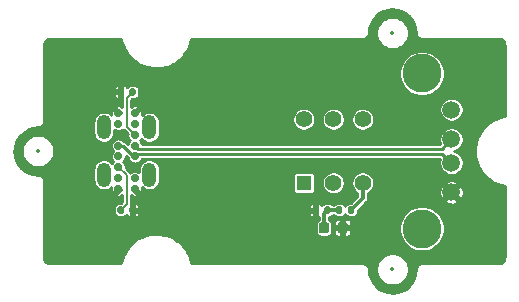
<source format=gbr>
%TF.GenerationSoftware,KiCad,Pcbnew,(5.1.12-1-10_14)*%
%TF.CreationDate,2022-08-29T02:47:29+08:00*%
%TF.ProjectId,0102_USB-C,30313032-5f55-4534-922d-432e6b696361,rev?*%
%TF.SameCoordinates,Original*%
%TF.FileFunction,Copper,L1,Top*%
%TF.FilePolarity,Positive*%
%FSLAX46Y46*%
G04 Gerber Fmt 4.6, Leading zero omitted, Abs format (unit mm)*
G04 Created by KiCad (PCBNEW (5.1.12-1-10_14)) date 2022-08-29 02:47:29*
%MOMM*%
%LPD*%
G01*
G04 APERTURE LIST*
%TA.AperFunction,ComponentPad*%
%ADD10C,3.300000*%
%TD*%
%TA.AperFunction,ComponentPad*%
%ADD11C,1.500000*%
%TD*%
%TA.AperFunction,ComponentPad*%
%ADD12C,1.400000*%
%TD*%
%TA.AperFunction,ComponentPad*%
%ADD13R,1.300000X1.300000*%
%TD*%
%TA.AperFunction,ComponentPad*%
%ADD14C,0.700000*%
%TD*%
%TA.AperFunction,ComponentPad*%
%ADD15O,1.200000X2.100000*%
%TD*%
%TA.AperFunction,ViaPad*%
%ADD16C,0.500000*%
%TD*%
%TA.AperFunction,Conductor*%
%ADD17C,0.280000*%
%TD*%
%TA.AperFunction,Conductor*%
%ADD18C,0.350000*%
%TD*%
%TA.AperFunction,Conductor*%
%ADD19C,0.200000*%
%TD*%
%TA.AperFunction,Conductor*%
%ADD20C,0.254000*%
%TD*%
%ADD21C,0.300000*%
%ADD22C,0.350000*%
%ADD23O,0.600000X1.500000*%
G04 APERTURE END LIST*
D10*
%TO.P,J2,5*%
%TO.N,Net-(J2-Pad5)*%
X34800000Y5730000D03*
X34800000Y18870000D03*
D11*
%TO.P,J2,4*%
%TO.N,GND*%
X37300000Y8800000D03*
%TO.P,J2,3*%
%TO.N,/D-*%
X37300000Y11300000D03*
%TO.P,J2,2*%
%TO.N,/D+*%
X37300000Y13300000D03*
%TO.P,J2,1*%
%TO.N,/VOUT*%
X37300000Y15800000D03*
%TD*%
%TO.P,R4,2*%
%TO.N,Net-(J1-PadB5)*%
%TA.AperFunction,SMDPad,CuDef*%
G36*
G01*
X10040000Y17115000D02*
X10040000Y17485000D01*
G75*
G02*
X10175000Y17620000I135000J0D01*
G01*
X10445000Y17620000D01*
G75*
G02*
X10580000Y17485000I0J-135000D01*
G01*
X10580000Y17115000D01*
G75*
G02*
X10445000Y16980000I-135000J0D01*
G01*
X10175000Y16980000D01*
G75*
G02*
X10040000Y17115000I0J135000D01*
G01*
G37*
%TD.AperFunction*%
%TO.P,R4,1*%
%TO.N,GND*%
%TA.AperFunction,SMDPad,CuDef*%
G36*
G01*
X9020000Y17115000D02*
X9020000Y17485000D01*
G75*
G02*
X9155000Y17620000I135000J0D01*
G01*
X9425000Y17620000D01*
G75*
G02*
X9560000Y17485000I0J-135000D01*
G01*
X9560000Y17115000D01*
G75*
G02*
X9425000Y16980000I-135000J0D01*
G01*
X9155000Y16980000D01*
G75*
G02*
X9020000Y17115000I0J135000D01*
G01*
G37*
%TD.AperFunction*%
%TD*%
%TO.P,R3,2*%
%TO.N,Net-(J1-PadA5)*%
%TA.AperFunction,SMDPad,CuDef*%
G36*
G01*
X9560000Y7485000D02*
X9560000Y7115000D01*
G75*
G02*
X9425000Y6980000I-135000J0D01*
G01*
X9155000Y6980000D01*
G75*
G02*
X9020000Y7115000I0J135000D01*
G01*
X9020000Y7485000D01*
G75*
G02*
X9155000Y7620000I135000J0D01*
G01*
X9425000Y7620000D01*
G75*
G02*
X9560000Y7485000I0J-135000D01*
G01*
G37*
%TD.AperFunction*%
%TO.P,R3,1*%
%TO.N,GND*%
%TA.AperFunction,SMDPad,CuDef*%
G36*
G01*
X10580000Y7485000D02*
X10580000Y7115000D01*
G75*
G02*
X10445000Y6980000I-135000J0D01*
G01*
X10175000Y6980000D01*
G75*
G02*
X10040000Y7115000I0J135000D01*
G01*
X10040000Y7485000D01*
G75*
G02*
X10175000Y7620000I135000J0D01*
G01*
X10445000Y7620000D01*
G75*
G02*
X10580000Y7485000I0J-135000D01*
G01*
G37*
%TD.AperFunction*%
%TD*%
D12*
%TO.P,SW1,6*%
%TO.N,N/C*%
X29800000Y15000000D03*
%TO.P,SW1,5*%
X27300000Y15000000D03*
%TO.P,SW1,4*%
X24800000Y15000000D03*
%TO.P,SW1,3*%
%TO.N,/VOUT*%
X29800000Y9600000D03*
%TO.P,SW1,2*%
%TO.N,/VIN*%
X27300000Y9600000D03*
D13*
%TO.P,SW1,1*%
%TO.N,N/C*%
X24800000Y9600000D03*
%TD*%
D14*
%TO.P,J1,B12*%
%TO.N,GND*%
X10500000Y9050000D03*
%TO.P,J1,B9*%
%TO.N,/VIN*%
X10500000Y10000000D03*
%TO.P,J1,B7*%
%TO.N,/D-*%
X10500000Y11850000D03*
%TO.P,J1,B6*%
%TO.N,/D+*%
X10500000Y12750000D03*
%TO.P,J1,B5*%
%TO.N,Net-(J1-PadB5)*%
X10500000Y13650000D03*
%TO.P,J1,B4*%
%TO.N,/VIN*%
X10500000Y14600000D03*
%TO.P,J1,B1*%
%TO.N,GND*%
X10500000Y15550000D03*
%TO.P,J1,A12*%
X9100000Y15550000D03*
%TO.P,J1,A9*%
%TO.N,/VIN*%
X9100000Y14600000D03*
%TO.P,J1,A7*%
%TO.N,/D-*%
X9100000Y12750000D03*
%TO.P,J1,A6*%
%TO.N,/D+*%
X9100000Y11850000D03*
%TO.P,J1,A5*%
%TO.N,Net-(J1-PadA5)*%
X9100000Y10950000D03*
%TO.P,J1,A4*%
%TO.N,/VIN*%
X9100000Y10000000D03*
%TO.P,J1,A1*%
%TO.N,GND*%
X9100000Y9050000D03*
D15*
%TO.P,J1,S4*%
%TO.N,N/C*%
X11730000Y14300000D03*
%TO.P,J1,S1*%
%TO.N,Net-(J1-PadS1)*%
X7870000Y14300000D03*
X11730000Y10300000D03*
X7870000Y10300000D03*
%TD*%
%TO.P,R2,2*%
%TO.N,GND*%
%TA.AperFunction,SMDPad,CuDef*%
G36*
G01*
X26060000Y7485000D02*
X26060000Y7115000D01*
G75*
G02*
X25925000Y6980000I-135000J0D01*
G01*
X25655000Y6980000D01*
G75*
G02*
X25520000Y7115000I0J135000D01*
G01*
X25520000Y7485000D01*
G75*
G02*
X25655000Y7620000I135000J0D01*
G01*
X25925000Y7620000D01*
G75*
G02*
X26060000Y7485000I0J-135000D01*
G01*
G37*
%TD.AperFunction*%
%TO.P,R2,1*%
%TO.N,Net-(D1-Pad2)*%
%TA.AperFunction,SMDPad,CuDef*%
G36*
G01*
X27080000Y7485000D02*
X27080000Y7115000D01*
G75*
G02*
X26945000Y6980000I-135000J0D01*
G01*
X26675000Y6980000D01*
G75*
G02*
X26540000Y7115000I0J135000D01*
G01*
X26540000Y7485000D01*
G75*
G02*
X26675000Y7620000I135000J0D01*
G01*
X26945000Y7620000D01*
G75*
G02*
X27080000Y7485000I0J-135000D01*
G01*
G37*
%TD.AperFunction*%
%TD*%
%TO.P,R1,2*%
%TO.N,Net-(D1-Pad2)*%
%TA.AperFunction,SMDPad,CuDef*%
G36*
G01*
X28060000Y7485000D02*
X28060000Y7115000D01*
G75*
G02*
X27925000Y6980000I-135000J0D01*
G01*
X27655000Y6980000D01*
G75*
G02*
X27520000Y7115000I0J135000D01*
G01*
X27520000Y7485000D01*
G75*
G02*
X27655000Y7620000I135000J0D01*
G01*
X27925000Y7620000D01*
G75*
G02*
X28060000Y7485000I0J-135000D01*
G01*
G37*
%TD.AperFunction*%
%TO.P,R1,1*%
%TO.N,/VOUT*%
%TA.AperFunction,SMDPad,CuDef*%
G36*
G01*
X29080000Y7485000D02*
X29080000Y7115000D01*
G75*
G02*
X28945000Y6980000I-135000J0D01*
G01*
X28675000Y6980000D01*
G75*
G02*
X28540000Y7115000I0J135000D01*
G01*
X28540000Y7485000D01*
G75*
G02*
X28675000Y7620000I135000J0D01*
G01*
X28945000Y7620000D01*
G75*
G02*
X29080000Y7485000I0J-135000D01*
G01*
G37*
%TD.AperFunction*%
%TD*%
%TO.P,D1,2*%
%TO.N,Net-(D1-Pad2)*%
%TA.AperFunction,SMDPad,CuDef*%
G36*
G01*
X26950000Y6056250D02*
X26950000Y5543750D01*
G75*
G02*
X26731250Y5325000I-218750J0D01*
G01*
X26293750Y5325000D01*
G75*
G02*
X26075000Y5543750I0J218750D01*
G01*
X26075000Y6056250D01*
G75*
G02*
X26293750Y6275000I218750J0D01*
G01*
X26731250Y6275000D01*
G75*
G02*
X26950000Y6056250I0J-218750D01*
G01*
G37*
%TD.AperFunction*%
%TO.P,D1,1*%
%TO.N,GND*%
%TA.AperFunction,SMDPad,CuDef*%
G36*
G01*
X28525000Y6056250D02*
X28525000Y5543750D01*
G75*
G02*
X28306250Y5325000I-218750J0D01*
G01*
X27868750Y5325000D01*
G75*
G02*
X27650000Y5543750I0J218750D01*
G01*
X27650000Y6056250D01*
G75*
G02*
X27868750Y6275000I218750J0D01*
G01*
X28306250Y6275000D01*
G75*
G02*
X28525000Y6056250I0J-218750D01*
G01*
G37*
%TD.AperFunction*%
%TD*%
D16*
%TO.N,GND*%
X4800000Y21300000D03*
X7300000Y21300000D03*
X3300000Y17300000D03*
X3300000Y7300000D03*
X7300000Y3300000D03*
X17300000Y3300000D03*
X22300000Y3300000D03*
X27300000Y3300000D03*
X37300000Y3300000D03*
X41300000Y4800000D03*
X41300000Y7300000D03*
X41300000Y17300000D03*
X39800000Y21300000D03*
X37300000Y21300000D03*
X27300000Y21300000D03*
X22300000Y21300000D03*
X17300000Y21300000D03*
X3300000Y19800000D03*
X3300000Y14800000D03*
X3300000Y9800000D03*
X3300000Y4800000D03*
X4800000Y3300000D03*
X19800000Y3300000D03*
X24800000Y3300000D03*
X19800000Y21300000D03*
X24800000Y21300000D03*
X29800000Y21300000D03*
X29800000Y3300000D03*
X34800000Y3300000D03*
X34800000Y21300000D03*
X41300000Y19800000D03*
X39800000Y3300000D03*
X9800000Y19800000D03*
X14800000Y19800000D03*
X12300000Y18800000D03*
X12300000Y5800000D03*
X9800000Y4800000D03*
X14800000Y4800000D03*
X7300000Y7300000D03*
X8300000Y7300000D03*
X7300000Y17300000D03*
X8300000Y17300000D03*
X13300000Y17300000D03*
X13300000Y16300000D03*
X16800000Y14800000D03*
X16800000Y13800000D03*
X16800000Y10800000D03*
X16800000Y9800000D03*
X17800000Y10800000D03*
X18800000Y10800000D03*
X19800000Y10800000D03*
X17800000Y13800000D03*
X18800000Y13800000D03*
X19800000Y13800000D03*
X17800000Y14800000D03*
X18800000Y14800000D03*
X19800000Y14800000D03*
X17800000Y9800000D03*
X18800000Y9800000D03*
X19800000Y9800000D03*
X37800000Y5800000D03*
X37800000Y4800000D03*
X38800000Y5800000D03*
X38800000Y4800000D03*
X37800000Y18800000D03*
X38800000Y18800000D03*
X38800000Y19800000D03*
X37800000Y19800000D03*
X8300000Y6300000D03*
X7300000Y6300000D03*
X8300000Y18300000D03*
X7300000Y18300000D03*
X31800000Y8300000D03*
X32800000Y8300000D03*
X32800000Y7300000D03*
X31800000Y7300000D03*
X14300000Y17300000D03*
X14300000Y16300000D03*
X14300000Y8300000D03*
X13300000Y7300000D03*
X14300000Y7300000D03*
X13300000Y8300000D03*
X31800000Y16300000D03*
X32800000Y16300000D03*
X32800000Y17300000D03*
X31800000Y17300000D03*
X38800000Y12300000D03*
X39800000Y14800000D03*
X39800000Y9800000D03*
%TD*%
D17*
%TO.N,/D+*%
X36515000Y12515000D02*
X37300000Y13300000D01*
X10500000Y12750000D02*
X10735000Y12515000D01*
X10735000Y12515000D02*
X36515000Y12515000D01*
%TO.N,/D-*%
X10378798Y11850000D02*
X10500000Y11850000D01*
X9478798Y12750000D02*
X10378798Y11850000D01*
X9100000Y12750000D02*
X9478798Y12750000D01*
X36515000Y12085000D02*
X37300000Y11300000D01*
X10500000Y11850000D02*
X10735000Y12085000D01*
X10735000Y12085000D02*
X36515000Y12085000D01*
D18*
%TO.N,Net-(D1-Pad2)*%
X27790000Y7300000D02*
X26810000Y7300000D01*
X26512500Y7002500D02*
X26810000Y7300000D01*
X26512500Y5800000D02*
X26512500Y7002500D01*
D19*
%TO.N,Net-(J1-PadB5)*%
X10500000Y13650000D02*
X9800000Y14350000D01*
X9800000Y16790000D02*
X10310000Y17300000D01*
X9800000Y14350000D02*
X9800000Y16790000D01*
%TO.N,Net-(J1-PadA5)*%
X9100000Y10950000D02*
X9800000Y10250000D01*
X9800000Y7810000D02*
X9290000Y7300000D01*
X9800000Y10250000D02*
X9800000Y7810000D01*
D18*
%TO.N,/VOUT*%
X29800000Y8290000D02*
X28810000Y7300000D01*
X29800000Y9600000D02*
X29800000Y8290000D01*
%TD*%
D20*
%TO.N,GND*%
X32674115Y24261188D02*
X33047924Y24151170D01*
X33393239Y23970643D01*
X33696911Y23726484D01*
X33947383Y23427984D01*
X34135100Y23086527D01*
X34252922Y22715105D01*
X34297893Y22314180D01*
X34298004Y22298285D01*
X34298007Y22297522D01*
X34299339Y22284420D01*
X34299247Y22271234D01*
X34299659Y22267038D01*
X34303739Y22228217D01*
X34309233Y22201453D01*
X34314371Y22174519D01*
X34315590Y22170482D01*
X34327133Y22133195D01*
X34337712Y22108029D01*
X34347992Y22082584D01*
X34349972Y22078861D01*
X34368537Y22044525D01*
X34383815Y22021875D01*
X34398834Y21998923D01*
X34401500Y21995655D01*
X34426381Y21965580D01*
X34445798Y21946299D01*
X34464953Y21926739D01*
X34468202Y21924051D01*
X34498451Y21899381D01*
X34521227Y21884249D01*
X34543831Y21868772D01*
X34547541Y21866766D01*
X34582005Y21848441D01*
X34607293Y21838018D01*
X34632468Y21827228D01*
X34636497Y21825981D01*
X34673864Y21814699D01*
X34700671Y21809391D01*
X34727489Y21803691D01*
X34731683Y21803250D01*
X34770530Y21799441D01*
X34770536Y21799441D01*
X34785167Y21798000D01*
X41285226Y21798000D01*
X41396447Y21787094D01*
X41489222Y21759084D01*
X41574784Y21713591D01*
X41649887Y21652339D01*
X41711662Y21577666D01*
X41757754Y21492420D01*
X41786410Y21399843D01*
X41798000Y21289572D01*
X41798001Y15260613D01*
X41350384Y15154276D01*
X41324523Y15145390D01*
X41298491Y15136849D01*
X41294643Y15135122D01*
X40814071Y14915469D01*
X40790475Y14901756D01*
X40766550Y14888295D01*
X40763112Y14885854D01*
X40334356Y14577039D01*
X40313847Y14558981D01*
X40293020Y14541153D01*
X40290120Y14538090D01*
X39929512Y14151878D01*
X39912919Y14130204D01*
X39895932Y14108645D01*
X39893683Y14105077D01*
X39614960Y13656179D01*
X39602890Y13631688D01*
X39590417Y13607247D01*
X39588904Y13603311D01*
X39402680Y13108824D01*
X39395589Y13082427D01*
X39388109Y13056057D01*
X39387389Y13051902D01*
X39300758Y12530661D01*
X39298929Y12503392D01*
X39296713Y12476069D01*
X39296814Y12471853D01*
X39313075Y11943712D01*
X39316573Y11916650D01*
X39319711Y11889374D01*
X39320629Y11885258D01*
X39439164Y11370334D01*
X39447862Y11344436D01*
X39456228Y11318320D01*
X39457928Y11314461D01*
X39674221Y10832367D01*
X39687771Y10808672D01*
X39701063Y10784657D01*
X39703480Y10781202D01*
X40009293Y10350301D01*
X40027220Y10329652D01*
X40044891Y10308714D01*
X40047933Y10305793D01*
X40431618Y9942499D01*
X40453209Y9925729D01*
X40474616Y9908618D01*
X40478167Y9906344D01*
X40925109Y9624493D01*
X40949526Y9612246D01*
X40973868Y9599609D01*
X40977794Y9598069D01*
X41470969Y9408397D01*
X41497304Y9401125D01*
X41523633Y9393458D01*
X41527783Y9392709D01*
X41798001Y9345857D01*
X41798000Y3314774D01*
X41787095Y3203553D01*
X41759084Y3110778D01*
X41713589Y3025213D01*
X41652337Y2950111D01*
X41577666Y2888338D01*
X41492422Y2842247D01*
X41399844Y2813590D01*
X41289581Y2802000D01*
X34785167Y2802000D01*
X34772422Y2800745D01*
X34771235Y2800753D01*
X34767038Y2800341D01*
X34747886Y2798328D01*
X34740798Y2797630D01*
X34740562Y2797558D01*
X34728218Y2796261D01*
X34701454Y2790767D01*
X34674519Y2785629D01*
X34670482Y2784410D01*
X34633195Y2772868D01*
X34608016Y2762283D01*
X34582585Y2752009D01*
X34578861Y2750028D01*
X34544525Y2731463D01*
X34521875Y2716185D01*
X34498923Y2701166D01*
X34495655Y2698500D01*
X34465580Y2673619D01*
X34446317Y2654221D01*
X34426738Y2635047D01*
X34424051Y2631797D01*
X34399381Y2601549D01*
X34384260Y2578788D01*
X34368772Y2556169D01*
X34366766Y2552459D01*
X34348441Y2517995D01*
X34338018Y2492707D01*
X34327228Y2467532D01*
X34325981Y2463503D01*
X34314699Y2426136D01*
X34309390Y2399322D01*
X34303691Y2372511D01*
X34303250Y2368317D01*
X34299441Y2329470D01*
X34258528Y1912201D01*
X34145905Y1539175D01*
X33962971Y1195125D01*
X33716695Y893161D01*
X33416458Y644784D01*
X33073693Y459452D01*
X32701464Y344228D01*
X32313935Y303497D01*
X31925885Y338812D01*
X31552075Y448830D01*
X31206762Y629357D01*
X30903086Y873518D01*
X30652616Y1172018D01*
X30464900Y1513474D01*
X30347078Y1884895D01*
X30302107Y2285819D01*
X30301996Y2301715D01*
X30301993Y2302478D01*
X30300661Y2315580D01*
X30300753Y2328765D01*
X30300341Y2332962D01*
X30296261Y2371782D01*
X30290767Y2398546D01*
X30285629Y2425481D01*
X30284410Y2429518D01*
X30282521Y2435623D01*
X30923000Y2435623D01*
X30923000Y2164377D01*
X30975917Y1898344D01*
X31079718Y1647746D01*
X31230414Y1422213D01*
X31422213Y1230414D01*
X31647746Y1079718D01*
X31898344Y975917D01*
X32164377Y923000D01*
X32435623Y923000D01*
X32701656Y975917D01*
X32952254Y1079718D01*
X33177787Y1230414D01*
X33369586Y1422213D01*
X33520282Y1647746D01*
X33624083Y1898344D01*
X33677000Y2164377D01*
X33677000Y2435623D01*
X33624083Y2701656D01*
X33520282Y2952254D01*
X33369586Y3177787D01*
X33177787Y3369586D01*
X32952254Y3520282D01*
X32701656Y3624083D01*
X32435623Y3677000D01*
X32164377Y3677000D01*
X31898344Y3624083D01*
X31647746Y3520282D01*
X31422213Y3369586D01*
X31230414Y3177787D01*
X31079718Y2952254D01*
X30975917Y2701656D01*
X30923000Y2435623D01*
X30282521Y2435623D01*
X30272868Y2466805D01*
X30262283Y2491984D01*
X30252009Y2517415D01*
X30250028Y2521139D01*
X30231463Y2555475D01*
X30216185Y2578125D01*
X30201166Y2601077D01*
X30198500Y2604345D01*
X30173619Y2634420D01*
X30154221Y2653683D01*
X30135047Y2673262D01*
X30131797Y2675949D01*
X30101549Y2700619D01*
X30078788Y2715740D01*
X30056169Y2731228D01*
X30052459Y2733234D01*
X30017995Y2751559D01*
X29992707Y2761982D01*
X29967532Y2772772D01*
X29963503Y2774019D01*
X29926136Y2785301D01*
X29899322Y2790610D01*
X29872511Y2796309D01*
X29868317Y2796750D01*
X29829470Y2800559D01*
X29829464Y2800559D01*
X29814833Y2802000D01*
X15260614Y2802000D01*
X15154277Y3249617D01*
X15145398Y3275457D01*
X15136850Y3301511D01*
X15135123Y3305359D01*
X14915469Y3785930D01*
X14901744Y3809546D01*
X14888295Y3833450D01*
X14885854Y3836889D01*
X14577040Y4265645D01*
X14558974Y4286164D01*
X14541152Y4306983D01*
X14538090Y4309882D01*
X14151878Y4670489D01*
X14130204Y4687082D01*
X14108645Y4704069D01*
X14105077Y4706318D01*
X13656179Y4985041D01*
X13631688Y4997111D01*
X13607247Y5009584D01*
X13603311Y5011097D01*
X13108823Y5197322D01*
X13082391Y5204422D01*
X13056056Y5211892D01*
X13051901Y5212612D01*
X12530660Y5299243D01*
X12503391Y5301072D01*
X12476068Y5303288D01*
X12471852Y5303187D01*
X12471851Y5303187D01*
X11943711Y5286926D01*
X11916649Y5283428D01*
X11889373Y5280290D01*
X11885257Y5279372D01*
X11370333Y5160837D01*
X11344435Y5152139D01*
X11318319Y5143773D01*
X11314459Y5142073D01*
X10832365Y4925779D01*
X10808640Y4912211D01*
X10784656Y4898937D01*
X10781201Y4896520D01*
X10350300Y4590707D01*
X10329705Y4572827D01*
X10308712Y4555109D01*
X10305792Y4552066D01*
X9942497Y4168381D01*
X9925722Y4146782D01*
X9908617Y4125383D01*
X9906343Y4121832D01*
X9624492Y3674890D01*
X9612245Y3650473D01*
X9599608Y3626131D01*
X9598068Y3622205D01*
X9408396Y3129030D01*
X9401127Y3102706D01*
X9393457Y3076367D01*
X9392708Y3072217D01*
X9345857Y2802000D01*
X3314774Y2802000D01*
X3203553Y2812905D01*
X3110778Y2840916D01*
X3025213Y2886411D01*
X2950111Y2947663D01*
X2888338Y3022334D01*
X2842247Y3107578D01*
X2813590Y3200156D01*
X2802000Y3310419D01*
X2802000Y6056250D01*
X25796660Y6056250D01*
X25796660Y5543750D01*
X25806211Y5446773D01*
X25834499Y5353522D01*
X25880435Y5267582D01*
X25942254Y5192254D01*
X26017582Y5130435D01*
X26103522Y5084499D01*
X26196773Y5056211D01*
X26293750Y5046660D01*
X26731250Y5046660D01*
X26828227Y5056211D01*
X26921478Y5084499D01*
X27007418Y5130435D01*
X27082746Y5192254D01*
X27144565Y5267582D01*
X27175255Y5325000D01*
X27371660Y5325000D01*
X27377008Y5270699D01*
X27392847Y5218484D01*
X27418569Y5170363D01*
X27453184Y5128184D01*
X27495363Y5093569D01*
X27543484Y5067847D01*
X27595699Y5052008D01*
X27650000Y5046660D01*
X27891250Y5048000D01*
X27960500Y5117250D01*
X27960500Y5673000D01*
X28214500Y5673000D01*
X28214500Y5117250D01*
X28283750Y5048000D01*
X28525000Y5046660D01*
X28579301Y5052008D01*
X28631516Y5067847D01*
X28679637Y5093569D01*
X28721816Y5128184D01*
X28756431Y5170363D01*
X28782153Y5218484D01*
X28797992Y5270699D01*
X28803340Y5325000D01*
X28802000Y5603750D01*
X28732750Y5673000D01*
X28214500Y5673000D01*
X27960500Y5673000D01*
X27442250Y5673000D01*
X27373000Y5603750D01*
X27371660Y5325000D01*
X27175255Y5325000D01*
X27190501Y5353522D01*
X27218789Y5446773D01*
X27228340Y5543750D01*
X27228340Y5919793D01*
X32873000Y5919793D01*
X32873000Y5540207D01*
X32947053Y5167915D01*
X33092315Y4817223D01*
X33303201Y4501609D01*
X33571609Y4233201D01*
X33887223Y4022315D01*
X34237915Y3877053D01*
X34610207Y3803000D01*
X34989793Y3803000D01*
X35362085Y3877053D01*
X35712777Y4022315D01*
X36028391Y4233201D01*
X36296799Y4501609D01*
X36507685Y4817223D01*
X36652947Y5167915D01*
X36727000Y5540207D01*
X36727000Y5919793D01*
X36652947Y6292085D01*
X36507685Y6642777D01*
X36296799Y6958391D01*
X36028391Y7226799D01*
X35712777Y7437685D01*
X35362085Y7582947D01*
X34989793Y7657000D01*
X34610207Y7657000D01*
X34237915Y7582947D01*
X33887223Y7437685D01*
X33571609Y7226799D01*
X33303201Y6958391D01*
X33092315Y6642777D01*
X32947053Y6292085D01*
X32873000Y5919793D01*
X27228340Y5919793D01*
X27228340Y6056250D01*
X27218789Y6153227D01*
X27190501Y6246478D01*
X27175256Y6275000D01*
X27371660Y6275000D01*
X27373000Y5996250D01*
X27442250Y5927000D01*
X27960500Y5927000D01*
X27960500Y6482750D01*
X28214500Y6482750D01*
X28214500Y5927000D01*
X28732750Y5927000D01*
X28802000Y5996250D01*
X28803340Y6275000D01*
X28797992Y6329301D01*
X28782153Y6381516D01*
X28756431Y6429637D01*
X28721816Y6471816D01*
X28679637Y6506431D01*
X28631516Y6532153D01*
X28579301Y6547992D01*
X28525000Y6553340D01*
X28283750Y6552000D01*
X28214500Y6482750D01*
X27960500Y6482750D01*
X27891250Y6552000D01*
X27650000Y6553340D01*
X27595699Y6547992D01*
X27543484Y6532153D01*
X27495363Y6506431D01*
X27453184Y6471816D01*
X27418569Y6429637D01*
X27392847Y6381516D01*
X27377008Y6329301D01*
X27371660Y6275000D01*
X27175256Y6275000D01*
X27144565Y6332418D01*
X27082746Y6407746D01*
X27007418Y6469565D01*
X26964500Y6492505D01*
X26964500Y6703581D01*
X27025639Y6709602D01*
X27103178Y6733124D01*
X27174639Y6771320D01*
X27237276Y6822724D01*
X27258019Y6848000D01*
X27341981Y6848000D01*
X27362724Y6822724D01*
X27425361Y6771320D01*
X27496822Y6733124D01*
X27574361Y6709602D01*
X27655000Y6701660D01*
X27925000Y6701660D01*
X28005639Y6709602D01*
X28083178Y6733124D01*
X28154639Y6771320D01*
X28217276Y6822724D01*
X28268680Y6885361D01*
X28300000Y6943958D01*
X28331320Y6885361D01*
X28382724Y6822724D01*
X28445361Y6771320D01*
X28516822Y6733124D01*
X28594361Y6709602D01*
X28675000Y6701660D01*
X28945000Y6701660D01*
X29025639Y6709602D01*
X29103178Y6733124D01*
X29174639Y6771320D01*
X29237276Y6822724D01*
X29288680Y6885361D01*
X29326876Y6956822D01*
X29350398Y7034361D01*
X29358340Y7115000D01*
X29358340Y7209117D01*
X30103910Y7954685D01*
X30121159Y7968841D01*
X30175784Y8035402D01*
X36715007Y8035402D01*
X36800780Y7896817D01*
X36986575Y7816778D01*
X37184415Y7774524D01*
X37386696Y7771679D01*
X37585646Y7808352D01*
X37773618Y7883134D01*
X37799220Y7896817D01*
X37884993Y8035402D01*
X37300000Y8620395D01*
X36715007Y8035402D01*
X30175784Y8035402D01*
X30177643Y8037667D01*
X30219614Y8116190D01*
X30245460Y8201393D01*
X30252000Y8267795D01*
X30252000Y8267796D01*
X30254187Y8289999D01*
X30252000Y8312202D01*
X30252000Y8713304D01*
X36271679Y8713304D01*
X36308352Y8514354D01*
X36383134Y8326382D01*
X36396817Y8300780D01*
X36535402Y8215007D01*
X37120395Y8800000D01*
X37479605Y8800000D01*
X38064598Y8215007D01*
X38203183Y8300780D01*
X38283222Y8486575D01*
X38325476Y8684415D01*
X38328321Y8886696D01*
X38291648Y9085646D01*
X38216866Y9273618D01*
X38203183Y9299220D01*
X38064598Y9384993D01*
X37479605Y8800000D01*
X37120395Y8800000D01*
X36535402Y9384993D01*
X36396817Y9299220D01*
X36316778Y9113425D01*
X36274524Y8915585D01*
X36271679Y8713304D01*
X30252000Y8713304D01*
X30252000Y8729728D01*
X30262783Y8734194D01*
X30422801Y8841115D01*
X30558885Y8977199D01*
X30665806Y9137217D01*
X30739454Y9315020D01*
X30777000Y9503774D01*
X30777000Y9564598D01*
X36715007Y9564598D01*
X37300000Y8979605D01*
X37884993Y9564598D01*
X37799220Y9703183D01*
X37613425Y9783222D01*
X37415585Y9825476D01*
X37213304Y9828321D01*
X37014354Y9791648D01*
X36826382Y9716866D01*
X36800780Y9703183D01*
X36715007Y9564598D01*
X30777000Y9564598D01*
X30777000Y9696226D01*
X30739454Y9884980D01*
X30665806Y10062783D01*
X30558885Y10222801D01*
X30422801Y10358885D01*
X30262783Y10465806D01*
X30084980Y10539454D01*
X29896226Y10577000D01*
X29703774Y10577000D01*
X29515020Y10539454D01*
X29337217Y10465806D01*
X29177199Y10358885D01*
X29041115Y10222801D01*
X28934194Y10062783D01*
X28860546Y9884980D01*
X28823000Y9696226D01*
X28823000Y9503774D01*
X28860546Y9315020D01*
X28934194Y9137217D01*
X29041115Y8977199D01*
X29177199Y8841115D01*
X29337217Y8734194D01*
X29348001Y8729727D01*
X29348001Y8477226D01*
X28769116Y7898340D01*
X28675000Y7898340D01*
X28594361Y7890398D01*
X28516822Y7866876D01*
X28445361Y7828680D01*
X28382724Y7777276D01*
X28331320Y7714639D01*
X28300000Y7656042D01*
X28268680Y7714639D01*
X28217276Y7777276D01*
X28154639Y7828680D01*
X28083178Y7866876D01*
X28005639Y7890398D01*
X27925000Y7898340D01*
X27655000Y7898340D01*
X27574361Y7890398D01*
X27496822Y7866876D01*
X27425361Y7828680D01*
X27362724Y7777276D01*
X27341981Y7752000D01*
X27258019Y7752000D01*
X27237276Y7777276D01*
X27174639Y7828680D01*
X27103178Y7866876D01*
X27025639Y7890398D01*
X26945000Y7898340D01*
X26675000Y7898340D01*
X26594361Y7890398D01*
X26516822Y7866876D01*
X26445361Y7828680D01*
X26382724Y7777276D01*
X26331320Y7714639D01*
X26324581Y7702030D01*
X26317153Y7726516D01*
X26291431Y7774637D01*
X26256816Y7816816D01*
X26214637Y7851431D01*
X26166516Y7877153D01*
X26114301Y7892992D01*
X26060000Y7898340D01*
X25986250Y7897000D01*
X25917000Y7827750D01*
X25917000Y7427000D01*
X25937000Y7427000D01*
X25937000Y7173000D01*
X25917000Y7173000D01*
X25917000Y6772250D01*
X25986250Y6703000D01*
X26060000Y6701660D01*
X26060501Y6701709D01*
X26060501Y6492506D01*
X26017582Y6469565D01*
X25942254Y6407746D01*
X25880435Y6332418D01*
X25834499Y6246478D01*
X25806211Y6153227D01*
X25796660Y6056250D01*
X2802000Y6056250D01*
X2802000Y9814833D01*
X2800745Y9827578D01*
X2800753Y9828765D01*
X2800341Y9832962D01*
X2798328Y9852114D01*
X2797630Y9859202D01*
X2797558Y9859438D01*
X2796261Y9871782D01*
X2790767Y9898546D01*
X2785629Y9925481D01*
X2784410Y9929518D01*
X2772868Y9966805D01*
X2762283Y9991984D01*
X2752009Y10017415D01*
X2750028Y10021139D01*
X2731463Y10055475D01*
X2716185Y10078125D01*
X2701166Y10101077D01*
X2698500Y10104345D01*
X2673619Y10134420D01*
X2654221Y10153683D01*
X2635047Y10173262D01*
X2631797Y10175949D01*
X2601549Y10200619D01*
X2578788Y10215740D01*
X2556169Y10231228D01*
X2552459Y10233234D01*
X2517995Y10251559D01*
X2492707Y10261982D01*
X2467532Y10272772D01*
X2463503Y10274019D01*
X2426136Y10285301D01*
X2399322Y10290610D01*
X2372511Y10296309D01*
X2368317Y10296750D01*
X2329470Y10300559D01*
X1912201Y10341472D01*
X1539175Y10454095D01*
X1195125Y10637029D01*
X893161Y10883305D01*
X644784Y11183542D01*
X459452Y11526307D01*
X344228Y11898536D01*
X303497Y12286064D01*
X317107Y12435623D01*
X923000Y12435623D01*
X923000Y12164377D01*
X975917Y11898344D01*
X1079718Y11647746D01*
X1230414Y11422213D01*
X1422213Y11230414D01*
X1647746Y11079718D01*
X1898344Y10975917D01*
X2164377Y10923000D01*
X2435623Y10923000D01*
X2701656Y10975917D01*
X2952254Y11079718D01*
X3177787Y11230414D01*
X3369586Y11422213D01*
X3520282Y11647746D01*
X3624083Y11898344D01*
X3677000Y12164377D01*
X3677000Y12435623D01*
X3624083Y12701656D01*
X3520282Y12952254D01*
X3369586Y13177787D01*
X3177787Y13369586D01*
X2952254Y13520282D01*
X2701656Y13624083D01*
X2435623Y13677000D01*
X2164377Y13677000D01*
X1898344Y13624083D01*
X1647746Y13520282D01*
X1422213Y13369586D01*
X1230414Y13177787D01*
X1079718Y12952254D01*
X975917Y12701656D01*
X923000Y12435623D01*
X317107Y12435623D01*
X338812Y12674115D01*
X448830Y13047924D01*
X629357Y13393239D01*
X873516Y13696911D01*
X1172016Y13947383D01*
X1513473Y14135100D01*
X1884895Y14252922D01*
X2285820Y14297893D01*
X2301715Y14298004D01*
X2302478Y14298007D01*
X2315580Y14299339D01*
X2328766Y14299247D01*
X2332962Y14299659D01*
X2371783Y14303739D01*
X2398547Y14309233D01*
X2425481Y14314371D01*
X2429518Y14315590D01*
X2466805Y14327133D01*
X2491971Y14337712D01*
X2517416Y14347992D01*
X2521139Y14349972D01*
X2555475Y14368537D01*
X2578125Y14383815D01*
X2601077Y14398834D01*
X2604345Y14401500D01*
X2634420Y14426381D01*
X2653701Y14445798D01*
X2673261Y14464953D01*
X2675949Y14468202D01*
X2700619Y14498451D01*
X2715751Y14521227D01*
X2731228Y14543831D01*
X2733234Y14547541D01*
X2751559Y14582005D01*
X2761982Y14607293D01*
X2772772Y14632468D01*
X2774019Y14636497D01*
X2785301Y14673864D01*
X2790609Y14700671D01*
X2796309Y14727489D01*
X2796750Y14731683D01*
X2800559Y14770530D01*
X2800559Y14770536D01*
X2802000Y14785167D01*
X2802000Y14793078D01*
X6993000Y14793078D01*
X6993000Y13806921D01*
X7005691Y13678078D01*
X7055839Y13512763D01*
X7137274Y13360408D01*
X7246868Y13226867D01*
X7380409Y13117273D01*
X7532764Y13035838D01*
X7698079Y12985690D01*
X7870000Y12968757D01*
X8041922Y12985690D01*
X8207237Y13035838D01*
X8359592Y13117273D01*
X8493133Y13226867D01*
X8602727Y13360408D01*
X8684162Y13512763D01*
X8734310Y13678078D01*
X8747000Y13806921D01*
X8747000Y14081781D01*
X8803004Y14044360D01*
X8917111Y13997095D01*
X9038246Y13973000D01*
X9161754Y13973000D01*
X9282889Y13997095D01*
X9396996Y14044360D01*
X9499689Y14112977D01*
X9503604Y14116892D01*
X9532131Y14082131D01*
X9546519Y14070323D01*
X9878324Y13738518D01*
X9873000Y13711754D01*
X9873000Y13588246D01*
X9897095Y13467111D01*
X9944360Y13353004D01*
X10012977Y13250311D01*
X10063288Y13200000D01*
X10012977Y13149689D01*
X9944360Y13046996D01*
X9897095Y12932889D01*
X9895194Y12923330D01*
X9788149Y13030375D01*
X9775088Y13046290D01*
X9711591Y13098400D01*
X9639149Y13137121D01*
X9582366Y13154346D01*
X9499689Y13237023D01*
X9396996Y13305640D01*
X9282889Y13352905D01*
X9161754Y13377000D01*
X9038246Y13377000D01*
X8917111Y13352905D01*
X8803004Y13305640D01*
X8700311Y13237023D01*
X8612977Y13149689D01*
X8544360Y13046996D01*
X8497095Y12932889D01*
X8473000Y12811754D01*
X8473000Y12688246D01*
X8497095Y12567111D01*
X8544360Y12453004D01*
X8612977Y12350311D01*
X8663288Y12300000D01*
X8612977Y12249689D01*
X8544360Y12146996D01*
X8497095Y12032889D01*
X8473000Y11911754D01*
X8473000Y11788246D01*
X8497095Y11667111D01*
X8544360Y11553004D01*
X8612977Y11450311D01*
X8663288Y11400000D01*
X8612977Y11349689D01*
X8567827Y11282117D01*
X8493133Y11373133D01*
X8359591Y11482727D01*
X8207236Y11564162D01*
X8041921Y11614310D01*
X7870000Y11631243D01*
X7698078Y11614310D01*
X7532763Y11564162D01*
X7380408Y11482727D01*
X7246867Y11373133D01*
X7137273Y11239591D01*
X7055838Y11087236D01*
X7005690Y10921921D01*
X6993000Y10793078D01*
X6993000Y9806921D01*
X7005691Y9678078D01*
X7055839Y9512763D01*
X7137274Y9360408D01*
X7246868Y9226867D01*
X7380409Y9117273D01*
X7532764Y9035838D01*
X7698079Y8985690D01*
X7870000Y8968757D01*
X8041922Y8985690D01*
X8207237Y9035838D01*
X8359592Y9117273D01*
X8493133Y9226867D01*
X8501262Y9236772D01*
X8486414Y9193022D01*
X8470302Y9070569D01*
X8478389Y8947326D01*
X8510364Y8828029D01*
X8526106Y8790022D01*
X8623966Y8753571D01*
X8920395Y9050000D01*
X8906253Y9064142D01*
X9085858Y9243747D01*
X9100000Y9229605D01*
X9114143Y9243747D01*
X9293748Y9064142D01*
X9279605Y9050000D01*
X9293748Y9035857D01*
X9114143Y8856252D01*
X9100000Y8870395D01*
X8803571Y8573966D01*
X8840022Y8476106D01*
X8956978Y8436414D01*
X9079431Y8420302D01*
X9202674Y8428389D01*
X9321971Y8460364D01*
X9359978Y8476106D01*
X9396428Y8573964D01*
X9423001Y8547391D01*
X9423001Y7966160D01*
X9355181Y7898340D01*
X9155000Y7898340D01*
X9074361Y7890398D01*
X8996822Y7866876D01*
X8925361Y7828680D01*
X8862724Y7777276D01*
X8811320Y7714639D01*
X8773124Y7643178D01*
X8749602Y7565639D01*
X8741660Y7485000D01*
X8741660Y7115000D01*
X8749602Y7034361D01*
X8773124Y6956822D01*
X8811320Y6885361D01*
X8862724Y6822724D01*
X8925361Y6771320D01*
X8996822Y6733124D01*
X9074361Y6709602D01*
X9155000Y6701660D01*
X9425000Y6701660D01*
X9505639Y6709602D01*
X9583178Y6733124D01*
X9654639Y6771320D01*
X9717276Y6822724D01*
X9768680Y6885361D01*
X9775419Y6897970D01*
X9782847Y6873484D01*
X9808569Y6825363D01*
X9843184Y6783184D01*
X9885363Y6748569D01*
X9933484Y6722847D01*
X9985699Y6707008D01*
X10040000Y6701660D01*
X10113750Y6703000D01*
X10183000Y6772250D01*
X10183000Y7173000D01*
X10437000Y7173000D01*
X10437000Y6772250D01*
X10506250Y6703000D01*
X10580000Y6701660D01*
X10634301Y6707008D01*
X10686516Y6722847D01*
X10734637Y6748569D01*
X10776816Y6783184D01*
X10811431Y6825363D01*
X10837153Y6873484D01*
X10852992Y6925699D01*
X10858340Y6980000D01*
X25241660Y6980000D01*
X25247008Y6925699D01*
X25262847Y6873484D01*
X25288569Y6825363D01*
X25323184Y6783184D01*
X25365363Y6748569D01*
X25413484Y6722847D01*
X25465699Y6707008D01*
X25520000Y6701660D01*
X25593750Y6703000D01*
X25663000Y6772250D01*
X25663000Y7173000D01*
X25312250Y7173000D01*
X25243000Y7103750D01*
X25241660Y6980000D01*
X10858340Y6980000D01*
X10857000Y7103750D01*
X10787750Y7173000D01*
X10437000Y7173000D01*
X10183000Y7173000D01*
X10163000Y7173000D01*
X10163000Y7427000D01*
X10183000Y7427000D01*
X10183000Y7827750D01*
X10437000Y7827750D01*
X10437000Y7427000D01*
X10787750Y7427000D01*
X10857000Y7496250D01*
X10858340Y7620000D01*
X25241660Y7620000D01*
X25243000Y7496250D01*
X25312250Y7427000D01*
X25663000Y7427000D01*
X25663000Y7827750D01*
X25593750Y7897000D01*
X25520000Y7898340D01*
X25465699Y7892992D01*
X25413484Y7877153D01*
X25365363Y7851431D01*
X25323184Y7816816D01*
X25288569Y7774637D01*
X25262847Y7726516D01*
X25247008Y7674301D01*
X25241660Y7620000D01*
X10858340Y7620000D01*
X10852992Y7674301D01*
X10837153Y7726516D01*
X10811431Y7774637D01*
X10776816Y7816816D01*
X10734637Y7851431D01*
X10686516Y7877153D01*
X10634301Y7892992D01*
X10580000Y7898340D01*
X10506250Y7897000D01*
X10437000Y7827750D01*
X10183000Y7827750D01*
X10177000Y7833750D01*
X10177000Y8547392D01*
X10203572Y8573964D01*
X10240022Y8476106D01*
X10356978Y8436414D01*
X10479431Y8420302D01*
X10602674Y8428389D01*
X10721971Y8460364D01*
X10759978Y8476106D01*
X10796429Y8573966D01*
X10500000Y8870395D01*
X10485858Y8856252D01*
X10306253Y9035857D01*
X10320395Y9050000D01*
X10306253Y9064142D01*
X10485858Y9243747D01*
X10500000Y9229605D01*
X10514143Y9243747D01*
X10693748Y9064142D01*
X10679605Y9050000D01*
X10976034Y8753571D01*
X11073894Y8790022D01*
X11113586Y8906978D01*
X11129698Y9029431D01*
X11121611Y9152674D01*
X11099231Y9236173D01*
X11106868Y9226867D01*
X11240409Y9117273D01*
X11392764Y9035838D01*
X11558079Y8985690D01*
X11730000Y8968757D01*
X11901922Y8985690D01*
X12067237Y9035838D01*
X12219592Y9117273D01*
X12353133Y9226867D01*
X12462727Y9360408D01*
X12544162Y9512763D01*
X12594310Y9678078D01*
X12607000Y9806921D01*
X12607000Y10250000D01*
X23871660Y10250000D01*
X23871660Y8950000D01*
X23877008Y8895699D01*
X23892847Y8843484D01*
X23918569Y8795363D01*
X23953184Y8753184D01*
X23995363Y8718569D01*
X24043484Y8692847D01*
X24095699Y8677008D01*
X24150000Y8671660D01*
X25450000Y8671660D01*
X25504301Y8677008D01*
X25556516Y8692847D01*
X25604637Y8718569D01*
X25646816Y8753184D01*
X25681431Y8795363D01*
X25707153Y8843484D01*
X25722992Y8895699D01*
X25728340Y8950000D01*
X25728340Y9696226D01*
X26323000Y9696226D01*
X26323000Y9503774D01*
X26360546Y9315020D01*
X26434194Y9137217D01*
X26541115Y8977199D01*
X26677199Y8841115D01*
X26837217Y8734194D01*
X27015020Y8660546D01*
X27203774Y8623000D01*
X27396226Y8623000D01*
X27584980Y8660546D01*
X27762783Y8734194D01*
X27922801Y8841115D01*
X28058885Y8977199D01*
X28165806Y9137217D01*
X28239454Y9315020D01*
X28277000Y9503774D01*
X28277000Y9696226D01*
X28239454Y9884980D01*
X28165806Y10062783D01*
X28058885Y10222801D01*
X27922801Y10358885D01*
X27762783Y10465806D01*
X27584980Y10539454D01*
X27396226Y10577000D01*
X27203774Y10577000D01*
X27015020Y10539454D01*
X26837217Y10465806D01*
X26677199Y10358885D01*
X26541115Y10222801D01*
X26434194Y10062783D01*
X26360546Y9884980D01*
X26323000Y9696226D01*
X25728340Y9696226D01*
X25728340Y10250000D01*
X25722992Y10304301D01*
X25707153Y10356516D01*
X25681431Y10404637D01*
X25646816Y10446816D01*
X25604637Y10481431D01*
X25556516Y10507153D01*
X25504301Y10522992D01*
X25450000Y10528340D01*
X24150000Y10528340D01*
X24095699Y10522992D01*
X24043484Y10507153D01*
X23995363Y10481431D01*
X23953184Y10446816D01*
X23918569Y10404637D01*
X23892847Y10356516D01*
X23877008Y10304301D01*
X23871660Y10250000D01*
X12607000Y10250000D01*
X12607000Y10793079D01*
X12594310Y10921922D01*
X12544162Y11087237D01*
X12462727Y11239592D01*
X12353133Y11373133D01*
X12219591Y11482727D01*
X12067236Y11564162D01*
X11901921Y11614310D01*
X11730000Y11631243D01*
X11558078Y11614310D01*
X11392763Y11564162D01*
X11240408Y11482727D01*
X11106867Y11373133D01*
X10997273Y11239591D01*
X10915838Y11087236D01*
X10865690Y10921921D01*
X10853000Y10793078D01*
X10853000Y10518219D01*
X10796996Y10555640D01*
X10682889Y10602905D01*
X10561754Y10627000D01*
X10438246Y10627000D01*
X10317111Y10602905D01*
X10203004Y10555640D01*
X10100311Y10487023D01*
X10096396Y10483108D01*
X10067869Y10517869D01*
X10053482Y10529676D01*
X9721676Y10861482D01*
X9727000Y10888246D01*
X9727000Y11011754D01*
X9702905Y11132889D01*
X9655640Y11246996D01*
X9587023Y11349689D01*
X9536712Y11400000D01*
X9587023Y11450311D01*
X9655640Y11553004D01*
X9702905Y11667111D01*
X9727000Y11788246D01*
X9727000Y11911754D01*
X9726921Y11912150D01*
X9878506Y11760565D01*
X9897095Y11667111D01*
X9944360Y11553004D01*
X10012977Y11450311D01*
X10100311Y11362977D01*
X10203004Y11294360D01*
X10317111Y11247095D01*
X10438246Y11223000D01*
X10561754Y11223000D01*
X10682889Y11247095D01*
X10796996Y11294360D01*
X10899689Y11362977D01*
X10987023Y11450311D01*
X11055640Y11553004D01*
X11102905Y11667111D01*
X11103082Y11668000D01*
X36340814Y11668000D01*
X36312467Y11599565D01*
X36273000Y11401151D01*
X36273000Y11198849D01*
X36312467Y11000435D01*
X36389885Y10813533D01*
X36502277Y10645326D01*
X36645326Y10502277D01*
X36813533Y10389885D01*
X37000435Y10312467D01*
X37198849Y10273000D01*
X37401151Y10273000D01*
X37599565Y10312467D01*
X37786467Y10389885D01*
X37954674Y10502277D01*
X38097723Y10645326D01*
X38210115Y10813533D01*
X38287533Y11000435D01*
X38327000Y11198849D01*
X38327000Y11401151D01*
X38287533Y11599565D01*
X38210115Y11786467D01*
X38097723Y11954674D01*
X37954674Y12097723D01*
X37786467Y12210115D01*
X37599565Y12287533D01*
X37536889Y12300000D01*
X37599565Y12312467D01*
X37786467Y12389885D01*
X37954674Y12502277D01*
X38097723Y12645326D01*
X38210115Y12813533D01*
X38287533Y13000435D01*
X38327000Y13198849D01*
X38327000Y13401151D01*
X38287533Y13599565D01*
X38210115Y13786467D01*
X38097723Y13954674D01*
X37954674Y14097723D01*
X37786467Y14210115D01*
X37599565Y14287533D01*
X37401151Y14327000D01*
X37198849Y14327000D01*
X37000435Y14287533D01*
X36813533Y14210115D01*
X36645326Y14097723D01*
X36502277Y13954674D01*
X36389885Y13786467D01*
X36312467Y13599565D01*
X36273000Y13401151D01*
X36273000Y13198849D01*
X36312467Y13000435D01*
X36340814Y12932000D01*
X11103082Y12932000D01*
X11102905Y12932889D01*
X11055640Y13046996D01*
X10987023Y13149689D01*
X10936712Y13200000D01*
X10987023Y13250311D01*
X11032173Y13317883D01*
X11106868Y13226867D01*
X11240409Y13117273D01*
X11392764Y13035838D01*
X11558079Y12985690D01*
X11730000Y12968757D01*
X11901922Y12985690D01*
X12067237Y13035838D01*
X12219592Y13117273D01*
X12353133Y13226867D01*
X12462727Y13360408D01*
X12544162Y13512763D01*
X12594310Y13678078D01*
X12607000Y13806921D01*
X12607000Y14793079D01*
X12594310Y14921922D01*
X12544162Y15087237D01*
X12539358Y15096226D01*
X23823000Y15096226D01*
X23823000Y14903774D01*
X23860546Y14715020D01*
X23934194Y14537217D01*
X24041115Y14377199D01*
X24177199Y14241115D01*
X24337217Y14134194D01*
X24515020Y14060546D01*
X24703774Y14023000D01*
X24896226Y14023000D01*
X25084980Y14060546D01*
X25262783Y14134194D01*
X25422801Y14241115D01*
X25558885Y14377199D01*
X25665806Y14537217D01*
X25739454Y14715020D01*
X25777000Y14903774D01*
X25777000Y15096226D01*
X26323000Y15096226D01*
X26323000Y14903774D01*
X26360546Y14715020D01*
X26434194Y14537217D01*
X26541115Y14377199D01*
X26677199Y14241115D01*
X26837217Y14134194D01*
X27015020Y14060546D01*
X27203774Y14023000D01*
X27396226Y14023000D01*
X27584980Y14060546D01*
X27762783Y14134194D01*
X27922801Y14241115D01*
X28058885Y14377199D01*
X28165806Y14537217D01*
X28239454Y14715020D01*
X28277000Y14903774D01*
X28277000Y15096226D01*
X28823000Y15096226D01*
X28823000Y14903774D01*
X28860546Y14715020D01*
X28934194Y14537217D01*
X29041115Y14377199D01*
X29177199Y14241115D01*
X29337217Y14134194D01*
X29515020Y14060546D01*
X29703774Y14023000D01*
X29896226Y14023000D01*
X30084980Y14060546D01*
X30262783Y14134194D01*
X30422801Y14241115D01*
X30558885Y14377199D01*
X30665806Y14537217D01*
X30739454Y14715020D01*
X30777000Y14903774D01*
X30777000Y15096226D01*
X30739454Y15284980D01*
X30665806Y15462783D01*
X30558885Y15622801D01*
X30422801Y15758885D01*
X30262783Y15865806D01*
X30177453Y15901151D01*
X36273000Y15901151D01*
X36273000Y15698849D01*
X36312467Y15500435D01*
X36389885Y15313533D01*
X36502277Y15145326D01*
X36645326Y15002277D01*
X36813533Y14889885D01*
X37000435Y14812467D01*
X37198849Y14773000D01*
X37401151Y14773000D01*
X37599565Y14812467D01*
X37786467Y14889885D01*
X37954674Y15002277D01*
X38097723Y15145326D01*
X38210115Y15313533D01*
X38287533Y15500435D01*
X38327000Y15698849D01*
X38327000Y15901151D01*
X38287533Y16099565D01*
X38210115Y16286467D01*
X38097723Y16454674D01*
X37954674Y16597723D01*
X37786467Y16710115D01*
X37599565Y16787533D01*
X37401151Y16827000D01*
X37198849Y16827000D01*
X37000435Y16787533D01*
X36813533Y16710115D01*
X36645326Y16597723D01*
X36502277Y16454674D01*
X36389885Y16286467D01*
X36312467Y16099565D01*
X36273000Y15901151D01*
X30177453Y15901151D01*
X30084980Y15939454D01*
X29896226Y15977000D01*
X29703774Y15977000D01*
X29515020Y15939454D01*
X29337217Y15865806D01*
X29177199Y15758885D01*
X29041115Y15622801D01*
X28934194Y15462783D01*
X28860546Y15284980D01*
X28823000Y15096226D01*
X28277000Y15096226D01*
X28239454Y15284980D01*
X28165806Y15462783D01*
X28058885Y15622801D01*
X27922801Y15758885D01*
X27762783Y15865806D01*
X27584980Y15939454D01*
X27396226Y15977000D01*
X27203774Y15977000D01*
X27015020Y15939454D01*
X26837217Y15865806D01*
X26677199Y15758885D01*
X26541115Y15622801D01*
X26434194Y15462783D01*
X26360546Y15284980D01*
X26323000Y15096226D01*
X25777000Y15096226D01*
X25739454Y15284980D01*
X25665806Y15462783D01*
X25558885Y15622801D01*
X25422801Y15758885D01*
X25262783Y15865806D01*
X25084980Y15939454D01*
X24896226Y15977000D01*
X24703774Y15977000D01*
X24515020Y15939454D01*
X24337217Y15865806D01*
X24177199Y15758885D01*
X24041115Y15622801D01*
X23934194Y15462783D01*
X23860546Y15284980D01*
X23823000Y15096226D01*
X12539358Y15096226D01*
X12462727Y15239592D01*
X12353133Y15373133D01*
X12219591Y15482727D01*
X12067236Y15564162D01*
X11901921Y15614310D01*
X11730000Y15631243D01*
X11558078Y15614310D01*
X11392763Y15564162D01*
X11240408Y15482727D01*
X11106867Y15373133D01*
X11098738Y15363228D01*
X11113586Y15406978D01*
X11129698Y15529431D01*
X11121611Y15652674D01*
X11089636Y15771971D01*
X11073894Y15809978D01*
X10976034Y15846429D01*
X10679605Y15550000D01*
X10693748Y15535857D01*
X10514143Y15356252D01*
X10500000Y15370395D01*
X10485858Y15356252D01*
X10306253Y15535857D01*
X10320395Y15550000D01*
X10306253Y15564142D01*
X10485858Y15743747D01*
X10500000Y15729605D01*
X10796429Y16026034D01*
X10759978Y16123894D01*
X10643022Y16163586D01*
X10520569Y16179698D01*
X10397326Y16171611D01*
X10278029Y16139636D01*
X10240022Y16123894D01*
X10203572Y16026036D01*
X10177000Y16052608D01*
X10177000Y16633842D01*
X10244818Y16701660D01*
X10445000Y16701660D01*
X10525639Y16709602D01*
X10603178Y16733124D01*
X10674639Y16771320D01*
X10737276Y16822724D01*
X10788680Y16885361D01*
X10826876Y16956822D01*
X10850398Y17034361D01*
X10858340Y17115000D01*
X10858340Y17485000D01*
X10850398Y17565639D01*
X10826876Y17643178D01*
X10788680Y17714639D01*
X10737276Y17777276D01*
X10674639Y17828680D01*
X10603178Y17866876D01*
X10525639Y17890398D01*
X10445000Y17898340D01*
X10175000Y17898340D01*
X10094361Y17890398D01*
X10016822Y17866876D01*
X9945361Y17828680D01*
X9882724Y17777276D01*
X9831320Y17714639D01*
X9824581Y17702030D01*
X9817153Y17726516D01*
X9791431Y17774637D01*
X9756816Y17816816D01*
X9714637Y17851431D01*
X9666516Y17877153D01*
X9614301Y17892992D01*
X9560000Y17898340D01*
X9486250Y17897000D01*
X9417000Y17827750D01*
X9417000Y17427000D01*
X9437000Y17427000D01*
X9437000Y17173000D01*
X9417000Y17173000D01*
X9417000Y16772250D01*
X9423001Y16766249D01*
X9423001Y16052609D01*
X9396428Y16026036D01*
X9359978Y16123894D01*
X9243022Y16163586D01*
X9120569Y16179698D01*
X8997326Y16171611D01*
X8878029Y16139636D01*
X8840022Y16123894D01*
X8803571Y16026034D01*
X9100000Y15729605D01*
X9114143Y15743747D01*
X9293748Y15564142D01*
X9279605Y15550000D01*
X9293748Y15535857D01*
X9114143Y15356252D01*
X9100000Y15370395D01*
X9085858Y15356252D01*
X8906253Y15535857D01*
X8920395Y15550000D01*
X8623966Y15846429D01*
X8526106Y15809978D01*
X8486414Y15693022D01*
X8470302Y15570569D01*
X8478389Y15447326D01*
X8500769Y15363829D01*
X8493133Y15373133D01*
X8359591Y15482727D01*
X8207236Y15564162D01*
X8041921Y15614310D01*
X7870000Y15631243D01*
X7698078Y15614310D01*
X7532763Y15564162D01*
X7380408Y15482727D01*
X7246867Y15373133D01*
X7137273Y15239591D01*
X7055838Y15087236D01*
X7005690Y14921921D01*
X6993000Y14793078D01*
X2802000Y14793078D01*
X2802000Y16980000D01*
X8741660Y16980000D01*
X8747008Y16925699D01*
X8762847Y16873484D01*
X8788569Y16825363D01*
X8823184Y16783184D01*
X8865363Y16748569D01*
X8913484Y16722847D01*
X8965699Y16707008D01*
X9020000Y16701660D01*
X9093750Y16703000D01*
X9163000Y16772250D01*
X9163000Y17173000D01*
X8812250Y17173000D01*
X8743000Y17103750D01*
X8741660Y16980000D01*
X2802000Y16980000D01*
X2802000Y17620000D01*
X8741660Y17620000D01*
X8743000Y17496250D01*
X8812250Y17427000D01*
X9163000Y17427000D01*
X9163000Y17827750D01*
X9093750Y17897000D01*
X9020000Y17898340D01*
X8965699Y17892992D01*
X8913484Y17877153D01*
X8865363Y17851431D01*
X8823184Y17816816D01*
X8788569Y17774637D01*
X8762847Y17726516D01*
X8747008Y17674301D01*
X8741660Y17620000D01*
X2802000Y17620000D01*
X2802000Y19059793D01*
X32873000Y19059793D01*
X32873000Y18680207D01*
X32947053Y18307915D01*
X33092315Y17957223D01*
X33303201Y17641609D01*
X33571609Y17373201D01*
X33887223Y17162315D01*
X34237915Y17017053D01*
X34610207Y16943000D01*
X34989793Y16943000D01*
X35362085Y17017053D01*
X35712777Y17162315D01*
X36028391Y17373201D01*
X36296799Y17641609D01*
X36507685Y17957223D01*
X36652947Y18307915D01*
X36727000Y18680207D01*
X36727000Y19059793D01*
X36652947Y19432085D01*
X36507685Y19782777D01*
X36296799Y20098391D01*
X36028391Y20366799D01*
X35712777Y20577685D01*
X35362085Y20722947D01*
X34989793Y20797000D01*
X34610207Y20797000D01*
X34237915Y20722947D01*
X33887223Y20577685D01*
X33571609Y20366799D01*
X33303201Y20098391D01*
X33092315Y19782777D01*
X32947053Y19432085D01*
X32873000Y19059793D01*
X2802000Y19059793D01*
X2802000Y21285226D01*
X2812906Y21396447D01*
X2840916Y21489222D01*
X2886409Y21574784D01*
X2947661Y21649887D01*
X3022334Y21711662D01*
X3107580Y21757754D01*
X3200157Y21786410D01*
X3310428Y21798000D01*
X9339386Y21798000D01*
X9445723Y21350383D01*
X9454602Y21324543D01*
X9463150Y21298489D01*
X9464877Y21294642D01*
X9684531Y20814070D01*
X9698253Y20790460D01*
X9711705Y20766549D01*
X9714146Y20763111D01*
X10022961Y20334354D01*
X10041008Y20313858D01*
X10058848Y20293017D01*
X10061910Y20290118D01*
X10448122Y19929511D01*
X10469825Y19912897D01*
X10491355Y19895932D01*
X10494922Y19893683D01*
X10943821Y19614959D01*
X10968325Y19602882D01*
X10992753Y19590416D01*
X10996689Y19588902D01*
X11491178Y19402678D01*
X11517600Y19395581D01*
X11543944Y19388108D01*
X11548099Y19387388D01*
X12069340Y19300757D01*
X12096609Y19298928D01*
X12123932Y19296712D01*
X12128148Y19296813D01*
X12128149Y19296813D01*
X12656289Y19313074D01*
X12683351Y19316572D01*
X12710627Y19319710D01*
X12714743Y19320628D01*
X13229667Y19439163D01*
X13255553Y19447857D01*
X13281682Y19456227D01*
X13285541Y19457927D01*
X13767635Y19674221D01*
X13791360Y19687789D01*
X13815344Y19701063D01*
X13818799Y19703480D01*
X14249700Y20009293D01*
X14270332Y20027206D01*
X14291287Y20044891D01*
X14294208Y20047933D01*
X14657503Y20431619D01*
X14674278Y20453218D01*
X14691383Y20474617D01*
X14693657Y20478168D01*
X14975508Y20925110D01*
X14987755Y20949527D01*
X15000392Y20973869D01*
X15001932Y20977795D01*
X15191604Y21470970D01*
X15198876Y21497305D01*
X15206543Y21523634D01*
X15207292Y21527784D01*
X15254144Y21798000D01*
X29814833Y21798000D01*
X29827578Y21799255D01*
X29828766Y21799247D01*
X29832962Y21799659D01*
X29852122Y21801673D01*
X29859202Y21802370D01*
X29859438Y21802442D01*
X29871783Y21803739D01*
X29898547Y21809233D01*
X29925481Y21814371D01*
X29929518Y21815590D01*
X29966805Y21827133D01*
X29991971Y21837712D01*
X30017416Y21847992D01*
X30021139Y21849972D01*
X30055475Y21868537D01*
X30078125Y21883815D01*
X30101077Y21898834D01*
X30104345Y21901500D01*
X30134420Y21926381D01*
X30153701Y21945798D01*
X30173261Y21964953D01*
X30175949Y21968202D01*
X30200619Y21998451D01*
X30215751Y22021227D01*
X30231228Y22043831D01*
X30233234Y22047541D01*
X30251559Y22082005D01*
X30261982Y22107293D01*
X30272772Y22132468D01*
X30274019Y22136497D01*
X30285301Y22173864D01*
X30290609Y22200671D01*
X30296309Y22227489D01*
X30296750Y22231683D01*
X30300559Y22270530D01*
X30316746Y22435623D01*
X30923000Y22435623D01*
X30923000Y22164377D01*
X30975917Y21898344D01*
X31079718Y21647746D01*
X31230414Y21422213D01*
X31422213Y21230414D01*
X31647746Y21079718D01*
X31898344Y20975917D01*
X32164377Y20923000D01*
X32435623Y20923000D01*
X32701656Y20975917D01*
X32952254Y21079718D01*
X33177787Y21230414D01*
X33369586Y21422213D01*
X33520282Y21647746D01*
X33624083Y21898344D01*
X33677000Y22164377D01*
X33677000Y22435623D01*
X33624083Y22701656D01*
X33520282Y22952254D01*
X33369586Y23177787D01*
X33177787Y23369586D01*
X32952254Y23520282D01*
X32701656Y23624083D01*
X32435623Y23677000D01*
X32164377Y23677000D01*
X31898344Y23624083D01*
X31647746Y23520282D01*
X31422213Y23369586D01*
X31230414Y23177787D01*
X31079718Y22952254D01*
X30975917Y22701656D01*
X30923000Y22435623D01*
X30316746Y22435623D01*
X30341473Y22687802D01*
X30454096Y23060827D01*
X30637029Y23404874D01*
X30883305Y23706839D01*
X31183540Y23955215D01*
X31526307Y24140548D01*
X31898536Y24255772D01*
X32286064Y24296503D01*
X32674115Y24261188D01*
%TA.AperFunction,Conductor*%
D18*
G36*
X32674115Y24261188D02*
G01*
X33047924Y24151170D01*
X33393239Y23970643D01*
X33696911Y23726484D01*
X33947383Y23427984D01*
X34135100Y23086527D01*
X34252922Y22715105D01*
X34297893Y22314180D01*
X34298004Y22298285D01*
X34298007Y22297522D01*
X34299339Y22284420D01*
X34299247Y22271234D01*
X34299659Y22267038D01*
X34303739Y22228217D01*
X34309233Y22201453D01*
X34314371Y22174519D01*
X34315590Y22170482D01*
X34327133Y22133195D01*
X34337712Y22108029D01*
X34347992Y22082584D01*
X34349972Y22078861D01*
X34368537Y22044525D01*
X34383815Y22021875D01*
X34398834Y21998923D01*
X34401500Y21995655D01*
X34426381Y21965580D01*
X34445798Y21946299D01*
X34464953Y21926739D01*
X34468202Y21924051D01*
X34498451Y21899381D01*
X34521227Y21884249D01*
X34543831Y21868772D01*
X34547541Y21866766D01*
X34582005Y21848441D01*
X34607293Y21838018D01*
X34632468Y21827228D01*
X34636497Y21825981D01*
X34673864Y21814699D01*
X34700671Y21809391D01*
X34727489Y21803691D01*
X34731683Y21803250D01*
X34770530Y21799441D01*
X34770536Y21799441D01*
X34785167Y21798000D01*
X41285226Y21798000D01*
X41396447Y21787094D01*
X41489222Y21759084D01*
X41574784Y21713591D01*
X41649887Y21652339D01*
X41711662Y21577666D01*
X41757754Y21492420D01*
X41786410Y21399843D01*
X41798000Y21289572D01*
X41798001Y15260613D01*
X41350384Y15154276D01*
X41324523Y15145390D01*
X41298491Y15136849D01*
X41294643Y15135122D01*
X40814071Y14915469D01*
X40790475Y14901756D01*
X40766550Y14888295D01*
X40763112Y14885854D01*
X40334356Y14577039D01*
X40313847Y14558981D01*
X40293020Y14541153D01*
X40290120Y14538090D01*
X39929512Y14151878D01*
X39912919Y14130204D01*
X39895932Y14108645D01*
X39893683Y14105077D01*
X39614960Y13656179D01*
X39602890Y13631688D01*
X39590417Y13607247D01*
X39588904Y13603311D01*
X39402680Y13108824D01*
X39395589Y13082427D01*
X39388109Y13056057D01*
X39387389Y13051902D01*
X39300758Y12530661D01*
X39298929Y12503392D01*
X39296713Y12476069D01*
X39296814Y12471853D01*
X39313075Y11943712D01*
X39316573Y11916650D01*
X39319711Y11889374D01*
X39320629Y11885258D01*
X39439164Y11370334D01*
X39447862Y11344436D01*
X39456228Y11318320D01*
X39457928Y11314461D01*
X39674221Y10832367D01*
X39687771Y10808672D01*
X39701063Y10784657D01*
X39703480Y10781202D01*
X40009293Y10350301D01*
X40027220Y10329652D01*
X40044891Y10308714D01*
X40047933Y10305793D01*
X40431618Y9942499D01*
X40453209Y9925729D01*
X40474616Y9908618D01*
X40478167Y9906344D01*
X40925109Y9624493D01*
X40949526Y9612246D01*
X40973868Y9599609D01*
X40977794Y9598069D01*
X41470969Y9408397D01*
X41497304Y9401125D01*
X41523633Y9393458D01*
X41527783Y9392709D01*
X41798001Y9345857D01*
X41798000Y3314774D01*
X41787095Y3203553D01*
X41759084Y3110778D01*
X41713589Y3025213D01*
X41652337Y2950111D01*
X41577666Y2888338D01*
X41492422Y2842247D01*
X41399844Y2813590D01*
X41289581Y2802000D01*
X34785167Y2802000D01*
X34772422Y2800745D01*
X34771235Y2800753D01*
X34767038Y2800341D01*
X34747886Y2798328D01*
X34740798Y2797630D01*
X34740562Y2797558D01*
X34728218Y2796261D01*
X34701454Y2790767D01*
X34674519Y2785629D01*
X34670482Y2784410D01*
X34633195Y2772868D01*
X34608016Y2762283D01*
X34582585Y2752009D01*
X34578861Y2750028D01*
X34544525Y2731463D01*
X34521875Y2716185D01*
X34498923Y2701166D01*
X34495655Y2698500D01*
X34465580Y2673619D01*
X34446317Y2654221D01*
X34426738Y2635047D01*
X34424051Y2631797D01*
X34399381Y2601549D01*
X34384260Y2578788D01*
X34368772Y2556169D01*
X34366766Y2552459D01*
X34348441Y2517995D01*
X34338018Y2492707D01*
X34327228Y2467532D01*
X34325981Y2463503D01*
X34314699Y2426136D01*
X34309390Y2399322D01*
X34303691Y2372511D01*
X34303250Y2368317D01*
X34299441Y2329470D01*
X34258528Y1912201D01*
X34145905Y1539175D01*
X33962971Y1195125D01*
X33716695Y893161D01*
X33416458Y644784D01*
X33073693Y459452D01*
X32701464Y344228D01*
X32313935Y303497D01*
X31925885Y338812D01*
X31552075Y448830D01*
X31206762Y629357D01*
X30903086Y873518D01*
X30652616Y1172018D01*
X30464900Y1513474D01*
X30347078Y1884895D01*
X30302107Y2285819D01*
X30301996Y2301715D01*
X30301993Y2302478D01*
X30300661Y2315580D01*
X30300753Y2328765D01*
X30300341Y2332962D01*
X30296261Y2371782D01*
X30290767Y2398546D01*
X30285629Y2425481D01*
X30284410Y2429518D01*
X30282521Y2435623D01*
X30923000Y2435623D01*
X30923000Y2164377D01*
X30975917Y1898344D01*
X31079718Y1647746D01*
X31230414Y1422213D01*
X31422213Y1230414D01*
X31647746Y1079718D01*
X31898344Y975917D01*
X32164377Y923000D01*
X32435623Y923000D01*
X32701656Y975917D01*
X32952254Y1079718D01*
X33177787Y1230414D01*
X33369586Y1422213D01*
X33520282Y1647746D01*
X33624083Y1898344D01*
X33677000Y2164377D01*
X33677000Y2435623D01*
X33624083Y2701656D01*
X33520282Y2952254D01*
X33369586Y3177787D01*
X33177787Y3369586D01*
X32952254Y3520282D01*
X32701656Y3624083D01*
X32435623Y3677000D01*
X32164377Y3677000D01*
X31898344Y3624083D01*
X31647746Y3520282D01*
X31422213Y3369586D01*
X31230414Y3177787D01*
X31079718Y2952254D01*
X30975917Y2701656D01*
X30923000Y2435623D01*
X30282521Y2435623D01*
X30272868Y2466805D01*
X30262283Y2491984D01*
X30252009Y2517415D01*
X30250028Y2521139D01*
X30231463Y2555475D01*
X30216185Y2578125D01*
X30201166Y2601077D01*
X30198500Y2604345D01*
X30173619Y2634420D01*
X30154221Y2653683D01*
X30135047Y2673262D01*
X30131797Y2675949D01*
X30101549Y2700619D01*
X30078788Y2715740D01*
X30056169Y2731228D01*
X30052459Y2733234D01*
X30017995Y2751559D01*
X29992707Y2761982D01*
X29967532Y2772772D01*
X29963503Y2774019D01*
X29926136Y2785301D01*
X29899322Y2790610D01*
X29872511Y2796309D01*
X29868317Y2796750D01*
X29829470Y2800559D01*
X29829464Y2800559D01*
X29814833Y2802000D01*
X15260614Y2802000D01*
X15154277Y3249617D01*
X15145398Y3275457D01*
X15136850Y3301511D01*
X15135123Y3305359D01*
X14915469Y3785930D01*
X14901744Y3809546D01*
X14888295Y3833450D01*
X14885854Y3836889D01*
X14577040Y4265645D01*
X14558974Y4286164D01*
X14541152Y4306983D01*
X14538090Y4309882D01*
X14151878Y4670489D01*
X14130204Y4687082D01*
X14108645Y4704069D01*
X14105077Y4706318D01*
X13656179Y4985041D01*
X13631688Y4997111D01*
X13607247Y5009584D01*
X13603311Y5011097D01*
X13108823Y5197322D01*
X13082391Y5204422D01*
X13056056Y5211892D01*
X13051901Y5212612D01*
X12530660Y5299243D01*
X12503391Y5301072D01*
X12476068Y5303288D01*
X12471852Y5303187D01*
X12471851Y5303187D01*
X11943711Y5286926D01*
X11916649Y5283428D01*
X11889373Y5280290D01*
X11885257Y5279372D01*
X11370333Y5160837D01*
X11344435Y5152139D01*
X11318319Y5143773D01*
X11314459Y5142073D01*
X10832365Y4925779D01*
X10808640Y4912211D01*
X10784656Y4898937D01*
X10781201Y4896520D01*
X10350300Y4590707D01*
X10329705Y4572827D01*
X10308712Y4555109D01*
X10305792Y4552066D01*
X9942497Y4168381D01*
X9925722Y4146782D01*
X9908617Y4125383D01*
X9906343Y4121832D01*
X9624492Y3674890D01*
X9612245Y3650473D01*
X9599608Y3626131D01*
X9598068Y3622205D01*
X9408396Y3129030D01*
X9401127Y3102706D01*
X9393457Y3076367D01*
X9392708Y3072217D01*
X9345857Y2802000D01*
X3314774Y2802000D01*
X3203553Y2812905D01*
X3110778Y2840916D01*
X3025213Y2886411D01*
X2950111Y2947663D01*
X2888338Y3022334D01*
X2842247Y3107578D01*
X2813590Y3200156D01*
X2802000Y3310419D01*
X2802000Y6056250D01*
X25796660Y6056250D01*
X25796660Y5543750D01*
X25806211Y5446773D01*
X25834499Y5353522D01*
X25880435Y5267582D01*
X25942254Y5192254D01*
X26017582Y5130435D01*
X26103522Y5084499D01*
X26196773Y5056211D01*
X26293750Y5046660D01*
X26731250Y5046660D01*
X26828227Y5056211D01*
X26921478Y5084499D01*
X27007418Y5130435D01*
X27082746Y5192254D01*
X27144565Y5267582D01*
X27175255Y5325000D01*
X27371660Y5325000D01*
X27377008Y5270699D01*
X27392847Y5218484D01*
X27418569Y5170363D01*
X27453184Y5128184D01*
X27495363Y5093569D01*
X27543484Y5067847D01*
X27595699Y5052008D01*
X27650000Y5046660D01*
X27891250Y5048000D01*
X27960500Y5117250D01*
X27960500Y5673000D01*
X28214500Y5673000D01*
X28214500Y5117250D01*
X28283750Y5048000D01*
X28525000Y5046660D01*
X28579301Y5052008D01*
X28631516Y5067847D01*
X28679637Y5093569D01*
X28721816Y5128184D01*
X28756431Y5170363D01*
X28782153Y5218484D01*
X28797992Y5270699D01*
X28803340Y5325000D01*
X28802000Y5603750D01*
X28732750Y5673000D01*
X28214500Y5673000D01*
X27960500Y5673000D01*
X27442250Y5673000D01*
X27373000Y5603750D01*
X27371660Y5325000D01*
X27175255Y5325000D01*
X27190501Y5353522D01*
X27218789Y5446773D01*
X27228340Y5543750D01*
X27228340Y5919793D01*
X32873000Y5919793D01*
X32873000Y5540207D01*
X32947053Y5167915D01*
X33092315Y4817223D01*
X33303201Y4501609D01*
X33571609Y4233201D01*
X33887223Y4022315D01*
X34237915Y3877053D01*
X34610207Y3803000D01*
X34989793Y3803000D01*
X35362085Y3877053D01*
X35712777Y4022315D01*
X36028391Y4233201D01*
X36296799Y4501609D01*
X36507685Y4817223D01*
X36652947Y5167915D01*
X36727000Y5540207D01*
X36727000Y5919793D01*
X36652947Y6292085D01*
X36507685Y6642777D01*
X36296799Y6958391D01*
X36028391Y7226799D01*
X35712777Y7437685D01*
X35362085Y7582947D01*
X34989793Y7657000D01*
X34610207Y7657000D01*
X34237915Y7582947D01*
X33887223Y7437685D01*
X33571609Y7226799D01*
X33303201Y6958391D01*
X33092315Y6642777D01*
X32947053Y6292085D01*
X32873000Y5919793D01*
X27228340Y5919793D01*
X27228340Y6056250D01*
X27218789Y6153227D01*
X27190501Y6246478D01*
X27175256Y6275000D01*
X27371660Y6275000D01*
X27373000Y5996250D01*
X27442250Y5927000D01*
X27960500Y5927000D01*
X27960500Y6482750D01*
X28214500Y6482750D01*
X28214500Y5927000D01*
X28732750Y5927000D01*
X28802000Y5996250D01*
X28803340Y6275000D01*
X28797992Y6329301D01*
X28782153Y6381516D01*
X28756431Y6429637D01*
X28721816Y6471816D01*
X28679637Y6506431D01*
X28631516Y6532153D01*
X28579301Y6547992D01*
X28525000Y6553340D01*
X28283750Y6552000D01*
X28214500Y6482750D01*
X27960500Y6482750D01*
X27891250Y6552000D01*
X27650000Y6553340D01*
X27595699Y6547992D01*
X27543484Y6532153D01*
X27495363Y6506431D01*
X27453184Y6471816D01*
X27418569Y6429637D01*
X27392847Y6381516D01*
X27377008Y6329301D01*
X27371660Y6275000D01*
X27175256Y6275000D01*
X27144565Y6332418D01*
X27082746Y6407746D01*
X27007418Y6469565D01*
X26964500Y6492505D01*
X26964500Y6703581D01*
X27025639Y6709602D01*
X27103178Y6733124D01*
X27174639Y6771320D01*
X27237276Y6822724D01*
X27258019Y6848000D01*
X27341981Y6848000D01*
X27362724Y6822724D01*
X27425361Y6771320D01*
X27496822Y6733124D01*
X27574361Y6709602D01*
X27655000Y6701660D01*
X27925000Y6701660D01*
X28005639Y6709602D01*
X28083178Y6733124D01*
X28154639Y6771320D01*
X28217276Y6822724D01*
X28268680Y6885361D01*
X28300000Y6943958D01*
X28331320Y6885361D01*
X28382724Y6822724D01*
X28445361Y6771320D01*
X28516822Y6733124D01*
X28594361Y6709602D01*
X28675000Y6701660D01*
X28945000Y6701660D01*
X29025639Y6709602D01*
X29103178Y6733124D01*
X29174639Y6771320D01*
X29237276Y6822724D01*
X29288680Y6885361D01*
X29326876Y6956822D01*
X29350398Y7034361D01*
X29358340Y7115000D01*
X29358340Y7209117D01*
X30103910Y7954685D01*
X30121159Y7968841D01*
X30175784Y8035402D01*
X36715007Y8035402D01*
X36800780Y7896817D01*
X36986575Y7816778D01*
X37184415Y7774524D01*
X37386696Y7771679D01*
X37585646Y7808352D01*
X37773618Y7883134D01*
X37799220Y7896817D01*
X37884993Y8035402D01*
X37300000Y8620395D01*
X36715007Y8035402D01*
X30175784Y8035402D01*
X30177643Y8037667D01*
X30219614Y8116190D01*
X30245460Y8201393D01*
X30252000Y8267795D01*
X30252000Y8267796D01*
X30254187Y8289999D01*
X30252000Y8312202D01*
X30252000Y8713304D01*
X36271679Y8713304D01*
X36308352Y8514354D01*
X36383134Y8326382D01*
X36396817Y8300780D01*
X36535402Y8215007D01*
X37120395Y8800000D01*
X37479605Y8800000D01*
X38064598Y8215007D01*
X38203183Y8300780D01*
X38283222Y8486575D01*
X38325476Y8684415D01*
X38328321Y8886696D01*
X38291648Y9085646D01*
X38216866Y9273618D01*
X38203183Y9299220D01*
X38064598Y9384993D01*
X37479605Y8800000D01*
X37120395Y8800000D01*
X36535402Y9384993D01*
X36396817Y9299220D01*
X36316778Y9113425D01*
X36274524Y8915585D01*
X36271679Y8713304D01*
X30252000Y8713304D01*
X30252000Y8729728D01*
X30262783Y8734194D01*
X30422801Y8841115D01*
X30558885Y8977199D01*
X30665806Y9137217D01*
X30739454Y9315020D01*
X30777000Y9503774D01*
X30777000Y9564598D01*
X36715007Y9564598D01*
X37300000Y8979605D01*
X37884993Y9564598D01*
X37799220Y9703183D01*
X37613425Y9783222D01*
X37415585Y9825476D01*
X37213304Y9828321D01*
X37014354Y9791648D01*
X36826382Y9716866D01*
X36800780Y9703183D01*
X36715007Y9564598D01*
X30777000Y9564598D01*
X30777000Y9696226D01*
X30739454Y9884980D01*
X30665806Y10062783D01*
X30558885Y10222801D01*
X30422801Y10358885D01*
X30262783Y10465806D01*
X30084980Y10539454D01*
X29896226Y10577000D01*
X29703774Y10577000D01*
X29515020Y10539454D01*
X29337217Y10465806D01*
X29177199Y10358885D01*
X29041115Y10222801D01*
X28934194Y10062783D01*
X28860546Y9884980D01*
X28823000Y9696226D01*
X28823000Y9503774D01*
X28860546Y9315020D01*
X28934194Y9137217D01*
X29041115Y8977199D01*
X29177199Y8841115D01*
X29337217Y8734194D01*
X29348001Y8729727D01*
X29348001Y8477226D01*
X28769116Y7898340D01*
X28675000Y7898340D01*
X28594361Y7890398D01*
X28516822Y7866876D01*
X28445361Y7828680D01*
X28382724Y7777276D01*
X28331320Y7714639D01*
X28300000Y7656042D01*
X28268680Y7714639D01*
X28217276Y7777276D01*
X28154639Y7828680D01*
X28083178Y7866876D01*
X28005639Y7890398D01*
X27925000Y7898340D01*
X27655000Y7898340D01*
X27574361Y7890398D01*
X27496822Y7866876D01*
X27425361Y7828680D01*
X27362724Y7777276D01*
X27341981Y7752000D01*
X27258019Y7752000D01*
X27237276Y7777276D01*
X27174639Y7828680D01*
X27103178Y7866876D01*
X27025639Y7890398D01*
X26945000Y7898340D01*
X26675000Y7898340D01*
X26594361Y7890398D01*
X26516822Y7866876D01*
X26445361Y7828680D01*
X26382724Y7777276D01*
X26331320Y7714639D01*
X26324581Y7702030D01*
X26317153Y7726516D01*
X26291431Y7774637D01*
X26256816Y7816816D01*
X26214637Y7851431D01*
X26166516Y7877153D01*
X26114301Y7892992D01*
X26060000Y7898340D01*
X25986250Y7897000D01*
X25917000Y7827750D01*
X25917000Y7427000D01*
X25937000Y7427000D01*
X25937000Y7173000D01*
X25917000Y7173000D01*
X25917000Y6772250D01*
X25986250Y6703000D01*
X26060000Y6701660D01*
X26060501Y6701709D01*
X26060501Y6492506D01*
X26017582Y6469565D01*
X25942254Y6407746D01*
X25880435Y6332418D01*
X25834499Y6246478D01*
X25806211Y6153227D01*
X25796660Y6056250D01*
X2802000Y6056250D01*
X2802000Y9814833D01*
X2800745Y9827578D01*
X2800753Y9828765D01*
X2800341Y9832962D01*
X2798328Y9852114D01*
X2797630Y9859202D01*
X2797558Y9859438D01*
X2796261Y9871782D01*
X2790767Y9898546D01*
X2785629Y9925481D01*
X2784410Y9929518D01*
X2772868Y9966805D01*
X2762283Y9991984D01*
X2752009Y10017415D01*
X2750028Y10021139D01*
X2731463Y10055475D01*
X2716185Y10078125D01*
X2701166Y10101077D01*
X2698500Y10104345D01*
X2673619Y10134420D01*
X2654221Y10153683D01*
X2635047Y10173262D01*
X2631797Y10175949D01*
X2601549Y10200619D01*
X2578788Y10215740D01*
X2556169Y10231228D01*
X2552459Y10233234D01*
X2517995Y10251559D01*
X2492707Y10261982D01*
X2467532Y10272772D01*
X2463503Y10274019D01*
X2426136Y10285301D01*
X2399322Y10290610D01*
X2372511Y10296309D01*
X2368317Y10296750D01*
X2329470Y10300559D01*
X1912201Y10341472D01*
X1539175Y10454095D01*
X1195125Y10637029D01*
X893161Y10883305D01*
X644784Y11183542D01*
X459452Y11526307D01*
X344228Y11898536D01*
X303497Y12286064D01*
X317107Y12435623D01*
X923000Y12435623D01*
X923000Y12164377D01*
X975917Y11898344D01*
X1079718Y11647746D01*
X1230414Y11422213D01*
X1422213Y11230414D01*
X1647746Y11079718D01*
X1898344Y10975917D01*
X2164377Y10923000D01*
X2435623Y10923000D01*
X2701656Y10975917D01*
X2952254Y11079718D01*
X3177787Y11230414D01*
X3369586Y11422213D01*
X3520282Y11647746D01*
X3624083Y11898344D01*
X3677000Y12164377D01*
X3677000Y12435623D01*
X3624083Y12701656D01*
X3520282Y12952254D01*
X3369586Y13177787D01*
X3177787Y13369586D01*
X2952254Y13520282D01*
X2701656Y13624083D01*
X2435623Y13677000D01*
X2164377Y13677000D01*
X1898344Y13624083D01*
X1647746Y13520282D01*
X1422213Y13369586D01*
X1230414Y13177787D01*
X1079718Y12952254D01*
X975917Y12701656D01*
X923000Y12435623D01*
X317107Y12435623D01*
X338812Y12674115D01*
X448830Y13047924D01*
X629357Y13393239D01*
X873516Y13696911D01*
X1172016Y13947383D01*
X1513473Y14135100D01*
X1884895Y14252922D01*
X2285820Y14297893D01*
X2301715Y14298004D01*
X2302478Y14298007D01*
X2315580Y14299339D01*
X2328766Y14299247D01*
X2332962Y14299659D01*
X2371783Y14303739D01*
X2398547Y14309233D01*
X2425481Y14314371D01*
X2429518Y14315590D01*
X2466805Y14327133D01*
X2491971Y14337712D01*
X2517416Y14347992D01*
X2521139Y14349972D01*
X2555475Y14368537D01*
X2578125Y14383815D01*
X2601077Y14398834D01*
X2604345Y14401500D01*
X2634420Y14426381D01*
X2653701Y14445798D01*
X2673261Y14464953D01*
X2675949Y14468202D01*
X2700619Y14498451D01*
X2715751Y14521227D01*
X2731228Y14543831D01*
X2733234Y14547541D01*
X2751559Y14582005D01*
X2761982Y14607293D01*
X2772772Y14632468D01*
X2774019Y14636497D01*
X2785301Y14673864D01*
X2790609Y14700671D01*
X2796309Y14727489D01*
X2796750Y14731683D01*
X2800559Y14770530D01*
X2800559Y14770536D01*
X2802000Y14785167D01*
X2802000Y14793078D01*
X6993000Y14793078D01*
X6993000Y13806921D01*
X7005691Y13678078D01*
X7055839Y13512763D01*
X7137274Y13360408D01*
X7246868Y13226867D01*
X7380409Y13117273D01*
X7532764Y13035838D01*
X7698079Y12985690D01*
X7870000Y12968757D01*
X8041922Y12985690D01*
X8207237Y13035838D01*
X8359592Y13117273D01*
X8493133Y13226867D01*
X8602727Y13360408D01*
X8684162Y13512763D01*
X8734310Y13678078D01*
X8747000Y13806921D01*
X8747000Y14081781D01*
X8803004Y14044360D01*
X8917111Y13997095D01*
X9038246Y13973000D01*
X9161754Y13973000D01*
X9282889Y13997095D01*
X9396996Y14044360D01*
X9499689Y14112977D01*
X9503604Y14116892D01*
X9532131Y14082131D01*
X9546519Y14070323D01*
X9878324Y13738518D01*
X9873000Y13711754D01*
X9873000Y13588246D01*
X9897095Y13467111D01*
X9944360Y13353004D01*
X10012977Y13250311D01*
X10063288Y13200000D01*
X10012977Y13149689D01*
X9944360Y13046996D01*
X9897095Y12932889D01*
X9895194Y12923330D01*
X9788149Y13030375D01*
X9775088Y13046290D01*
X9711591Y13098400D01*
X9639149Y13137121D01*
X9582366Y13154346D01*
X9499689Y13237023D01*
X9396996Y13305640D01*
X9282889Y13352905D01*
X9161754Y13377000D01*
X9038246Y13377000D01*
X8917111Y13352905D01*
X8803004Y13305640D01*
X8700311Y13237023D01*
X8612977Y13149689D01*
X8544360Y13046996D01*
X8497095Y12932889D01*
X8473000Y12811754D01*
X8473000Y12688246D01*
X8497095Y12567111D01*
X8544360Y12453004D01*
X8612977Y12350311D01*
X8663288Y12300000D01*
X8612977Y12249689D01*
X8544360Y12146996D01*
X8497095Y12032889D01*
X8473000Y11911754D01*
X8473000Y11788246D01*
X8497095Y11667111D01*
X8544360Y11553004D01*
X8612977Y11450311D01*
X8663288Y11400000D01*
X8612977Y11349689D01*
X8567827Y11282117D01*
X8493133Y11373133D01*
X8359591Y11482727D01*
X8207236Y11564162D01*
X8041921Y11614310D01*
X7870000Y11631243D01*
X7698078Y11614310D01*
X7532763Y11564162D01*
X7380408Y11482727D01*
X7246867Y11373133D01*
X7137273Y11239591D01*
X7055838Y11087236D01*
X7005690Y10921921D01*
X6993000Y10793078D01*
X6993000Y9806921D01*
X7005691Y9678078D01*
X7055839Y9512763D01*
X7137274Y9360408D01*
X7246868Y9226867D01*
X7380409Y9117273D01*
X7532764Y9035838D01*
X7698079Y8985690D01*
X7870000Y8968757D01*
X8041922Y8985690D01*
X8207237Y9035838D01*
X8359592Y9117273D01*
X8493133Y9226867D01*
X8501262Y9236772D01*
X8486414Y9193022D01*
X8470302Y9070569D01*
X8478389Y8947326D01*
X8510364Y8828029D01*
X8526106Y8790022D01*
X8623966Y8753571D01*
X8920395Y9050000D01*
X8906253Y9064142D01*
X9085858Y9243747D01*
X9100000Y9229605D01*
X9114143Y9243747D01*
X9293748Y9064142D01*
X9279605Y9050000D01*
X9293748Y9035857D01*
X9114143Y8856252D01*
X9100000Y8870395D01*
X8803571Y8573966D01*
X8840022Y8476106D01*
X8956978Y8436414D01*
X9079431Y8420302D01*
X9202674Y8428389D01*
X9321971Y8460364D01*
X9359978Y8476106D01*
X9396428Y8573964D01*
X9423001Y8547391D01*
X9423001Y7966160D01*
X9355181Y7898340D01*
X9155000Y7898340D01*
X9074361Y7890398D01*
X8996822Y7866876D01*
X8925361Y7828680D01*
X8862724Y7777276D01*
X8811320Y7714639D01*
X8773124Y7643178D01*
X8749602Y7565639D01*
X8741660Y7485000D01*
X8741660Y7115000D01*
X8749602Y7034361D01*
X8773124Y6956822D01*
X8811320Y6885361D01*
X8862724Y6822724D01*
X8925361Y6771320D01*
X8996822Y6733124D01*
X9074361Y6709602D01*
X9155000Y6701660D01*
X9425000Y6701660D01*
X9505639Y6709602D01*
X9583178Y6733124D01*
X9654639Y6771320D01*
X9717276Y6822724D01*
X9768680Y6885361D01*
X9775419Y6897970D01*
X9782847Y6873484D01*
X9808569Y6825363D01*
X9843184Y6783184D01*
X9885363Y6748569D01*
X9933484Y6722847D01*
X9985699Y6707008D01*
X10040000Y6701660D01*
X10113750Y6703000D01*
X10183000Y6772250D01*
X10183000Y7173000D01*
X10437000Y7173000D01*
X10437000Y6772250D01*
X10506250Y6703000D01*
X10580000Y6701660D01*
X10634301Y6707008D01*
X10686516Y6722847D01*
X10734637Y6748569D01*
X10776816Y6783184D01*
X10811431Y6825363D01*
X10837153Y6873484D01*
X10852992Y6925699D01*
X10858340Y6980000D01*
X25241660Y6980000D01*
X25247008Y6925699D01*
X25262847Y6873484D01*
X25288569Y6825363D01*
X25323184Y6783184D01*
X25365363Y6748569D01*
X25413484Y6722847D01*
X25465699Y6707008D01*
X25520000Y6701660D01*
X25593750Y6703000D01*
X25663000Y6772250D01*
X25663000Y7173000D01*
X25312250Y7173000D01*
X25243000Y7103750D01*
X25241660Y6980000D01*
X10858340Y6980000D01*
X10857000Y7103750D01*
X10787750Y7173000D01*
X10437000Y7173000D01*
X10183000Y7173000D01*
X10163000Y7173000D01*
X10163000Y7427000D01*
X10183000Y7427000D01*
X10183000Y7827750D01*
X10437000Y7827750D01*
X10437000Y7427000D01*
X10787750Y7427000D01*
X10857000Y7496250D01*
X10858340Y7620000D01*
X25241660Y7620000D01*
X25243000Y7496250D01*
X25312250Y7427000D01*
X25663000Y7427000D01*
X25663000Y7827750D01*
X25593750Y7897000D01*
X25520000Y7898340D01*
X25465699Y7892992D01*
X25413484Y7877153D01*
X25365363Y7851431D01*
X25323184Y7816816D01*
X25288569Y7774637D01*
X25262847Y7726516D01*
X25247008Y7674301D01*
X25241660Y7620000D01*
X10858340Y7620000D01*
X10852992Y7674301D01*
X10837153Y7726516D01*
X10811431Y7774637D01*
X10776816Y7816816D01*
X10734637Y7851431D01*
X10686516Y7877153D01*
X10634301Y7892992D01*
X10580000Y7898340D01*
X10506250Y7897000D01*
X10437000Y7827750D01*
X10183000Y7827750D01*
X10177000Y7833750D01*
X10177000Y8547392D01*
X10203572Y8573964D01*
X10240022Y8476106D01*
X10356978Y8436414D01*
X10479431Y8420302D01*
X10602674Y8428389D01*
X10721971Y8460364D01*
X10759978Y8476106D01*
X10796429Y8573966D01*
X10500000Y8870395D01*
X10485858Y8856252D01*
X10306253Y9035857D01*
X10320395Y9050000D01*
X10306253Y9064142D01*
X10485858Y9243747D01*
X10500000Y9229605D01*
X10514143Y9243747D01*
X10693748Y9064142D01*
X10679605Y9050000D01*
X10976034Y8753571D01*
X11073894Y8790022D01*
X11113586Y8906978D01*
X11129698Y9029431D01*
X11121611Y9152674D01*
X11099231Y9236173D01*
X11106868Y9226867D01*
X11240409Y9117273D01*
X11392764Y9035838D01*
X11558079Y8985690D01*
X11730000Y8968757D01*
X11901922Y8985690D01*
X12067237Y9035838D01*
X12219592Y9117273D01*
X12353133Y9226867D01*
X12462727Y9360408D01*
X12544162Y9512763D01*
X12594310Y9678078D01*
X12607000Y9806921D01*
X12607000Y10250000D01*
X23871660Y10250000D01*
X23871660Y8950000D01*
X23877008Y8895699D01*
X23892847Y8843484D01*
X23918569Y8795363D01*
X23953184Y8753184D01*
X23995363Y8718569D01*
X24043484Y8692847D01*
X24095699Y8677008D01*
X24150000Y8671660D01*
X25450000Y8671660D01*
X25504301Y8677008D01*
X25556516Y8692847D01*
X25604637Y8718569D01*
X25646816Y8753184D01*
X25681431Y8795363D01*
X25707153Y8843484D01*
X25722992Y8895699D01*
X25728340Y8950000D01*
X25728340Y9696226D01*
X26323000Y9696226D01*
X26323000Y9503774D01*
X26360546Y9315020D01*
X26434194Y9137217D01*
X26541115Y8977199D01*
X26677199Y8841115D01*
X26837217Y8734194D01*
X27015020Y8660546D01*
X27203774Y8623000D01*
X27396226Y8623000D01*
X27584980Y8660546D01*
X27762783Y8734194D01*
X27922801Y8841115D01*
X28058885Y8977199D01*
X28165806Y9137217D01*
X28239454Y9315020D01*
X28277000Y9503774D01*
X28277000Y9696226D01*
X28239454Y9884980D01*
X28165806Y10062783D01*
X28058885Y10222801D01*
X27922801Y10358885D01*
X27762783Y10465806D01*
X27584980Y10539454D01*
X27396226Y10577000D01*
X27203774Y10577000D01*
X27015020Y10539454D01*
X26837217Y10465806D01*
X26677199Y10358885D01*
X26541115Y10222801D01*
X26434194Y10062783D01*
X26360546Y9884980D01*
X26323000Y9696226D01*
X25728340Y9696226D01*
X25728340Y10250000D01*
X25722992Y10304301D01*
X25707153Y10356516D01*
X25681431Y10404637D01*
X25646816Y10446816D01*
X25604637Y10481431D01*
X25556516Y10507153D01*
X25504301Y10522992D01*
X25450000Y10528340D01*
X24150000Y10528340D01*
X24095699Y10522992D01*
X24043484Y10507153D01*
X23995363Y10481431D01*
X23953184Y10446816D01*
X23918569Y10404637D01*
X23892847Y10356516D01*
X23877008Y10304301D01*
X23871660Y10250000D01*
X12607000Y10250000D01*
X12607000Y10793079D01*
X12594310Y10921922D01*
X12544162Y11087237D01*
X12462727Y11239592D01*
X12353133Y11373133D01*
X12219591Y11482727D01*
X12067236Y11564162D01*
X11901921Y11614310D01*
X11730000Y11631243D01*
X11558078Y11614310D01*
X11392763Y11564162D01*
X11240408Y11482727D01*
X11106867Y11373133D01*
X10997273Y11239591D01*
X10915838Y11087236D01*
X10865690Y10921921D01*
X10853000Y10793078D01*
X10853000Y10518219D01*
X10796996Y10555640D01*
X10682889Y10602905D01*
X10561754Y10627000D01*
X10438246Y10627000D01*
X10317111Y10602905D01*
X10203004Y10555640D01*
X10100311Y10487023D01*
X10096396Y10483108D01*
X10067869Y10517869D01*
X10053482Y10529676D01*
X9721676Y10861482D01*
X9727000Y10888246D01*
X9727000Y11011754D01*
X9702905Y11132889D01*
X9655640Y11246996D01*
X9587023Y11349689D01*
X9536712Y11400000D01*
X9587023Y11450311D01*
X9655640Y11553004D01*
X9702905Y11667111D01*
X9727000Y11788246D01*
X9727000Y11911754D01*
X9726921Y11912150D01*
X9878506Y11760565D01*
X9897095Y11667111D01*
X9944360Y11553004D01*
X10012977Y11450311D01*
X10100311Y11362977D01*
X10203004Y11294360D01*
X10317111Y11247095D01*
X10438246Y11223000D01*
X10561754Y11223000D01*
X10682889Y11247095D01*
X10796996Y11294360D01*
X10899689Y11362977D01*
X10987023Y11450311D01*
X11055640Y11553004D01*
X11102905Y11667111D01*
X11103082Y11668000D01*
X36340814Y11668000D01*
X36312467Y11599565D01*
X36273000Y11401151D01*
X36273000Y11198849D01*
X36312467Y11000435D01*
X36389885Y10813533D01*
X36502277Y10645326D01*
X36645326Y10502277D01*
X36813533Y10389885D01*
X37000435Y10312467D01*
X37198849Y10273000D01*
X37401151Y10273000D01*
X37599565Y10312467D01*
X37786467Y10389885D01*
X37954674Y10502277D01*
X38097723Y10645326D01*
X38210115Y10813533D01*
X38287533Y11000435D01*
X38327000Y11198849D01*
X38327000Y11401151D01*
X38287533Y11599565D01*
X38210115Y11786467D01*
X38097723Y11954674D01*
X37954674Y12097723D01*
X37786467Y12210115D01*
X37599565Y12287533D01*
X37536889Y12300000D01*
X37599565Y12312467D01*
X37786467Y12389885D01*
X37954674Y12502277D01*
X38097723Y12645326D01*
X38210115Y12813533D01*
X38287533Y13000435D01*
X38327000Y13198849D01*
X38327000Y13401151D01*
X38287533Y13599565D01*
X38210115Y13786467D01*
X38097723Y13954674D01*
X37954674Y14097723D01*
X37786467Y14210115D01*
X37599565Y14287533D01*
X37401151Y14327000D01*
X37198849Y14327000D01*
X37000435Y14287533D01*
X36813533Y14210115D01*
X36645326Y14097723D01*
X36502277Y13954674D01*
X36389885Y13786467D01*
X36312467Y13599565D01*
X36273000Y13401151D01*
X36273000Y13198849D01*
X36312467Y13000435D01*
X36340814Y12932000D01*
X11103082Y12932000D01*
X11102905Y12932889D01*
X11055640Y13046996D01*
X10987023Y13149689D01*
X10936712Y13200000D01*
X10987023Y13250311D01*
X11032173Y13317883D01*
X11106868Y13226867D01*
X11240409Y13117273D01*
X11392764Y13035838D01*
X11558079Y12985690D01*
X11730000Y12968757D01*
X11901922Y12985690D01*
X12067237Y13035838D01*
X12219592Y13117273D01*
X12353133Y13226867D01*
X12462727Y13360408D01*
X12544162Y13512763D01*
X12594310Y13678078D01*
X12607000Y13806921D01*
X12607000Y14793079D01*
X12594310Y14921922D01*
X12544162Y15087237D01*
X12539358Y15096226D01*
X23823000Y15096226D01*
X23823000Y14903774D01*
X23860546Y14715020D01*
X23934194Y14537217D01*
X24041115Y14377199D01*
X24177199Y14241115D01*
X24337217Y14134194D01*
X24515020Y14060546D01*
X24703774Y14023000D01*
X24896226Y14023000D01*
X25084980Y14060546D01*
X25262783Y14134194D01*
X25422801Y14241115D01*
X25558885Y14377199D01*
X25665806Y14537217D01*
X25739454Y14715020D01*
X25777000Y14903774D01*
X25777000Y15096226D01*
X26323000Y15096226D01*
X26323000Y14903774D01*
X26360546Y14715020D01*
X26434194Y14537217D01*
X26541115Y14377199D01*
X26677199Y14241115D01*
X26837217Y14134194D01*
X27015020Y14060546D01*
X27203774Y14023000D01*
X27396226Y14023000D01*
X27584980Y14060546D01*
X27762783Y14134194D01*
X27922801Y14241115D01*
X28058885Y14377199D01*
X28165806Y14537217D01*
X28239454Y14715020D01*
X28277000Y14903774D01*
X28277000Y15096226D01*
X28823000Y15096226D01*
X28823000Y14903774D01*
X28860546Y14715020D01*
X28934194Y14537217D01*
X29041115Y14377199D01*
X29177199Y14241115D01*
X29337217Y14134194D01*
X29515020Y14060546D01*
X29703774Y14023000D01*
X29896226Y14023000D01*
X30084980Y14060546D01*
X30262783Y14134194D01*
X30422801Y14241115D01*
X30558885Y14377199D01*
X30665806Y14537217D01*
X30739454Y14715020D01*
X30777000Y14903774D01*
X30777000Y15096226D01*
X30739454Y15284980D01*
X30665806Y15462783D01*
X30558885Y15622801D01*
X30422801Y15758885D01*
X30262783Y15865806D01*
X30177453Y15901151D01*
X36273000Y15901151D01*
X36273000Y15698849D01*
X36312467Y15500435D01*
X36389885Y15313533D01*
X36502277Y15145326D01*
X36645326Y15002277D01*
X36813533Y14889885D01*
X37000435Y14812467D01*
X37198849Y14773000D01*
X37401151Y14773000D01*
X37599565Y14812467D01*
X37786467Y14889885D01*
X37954674Y15002277D01*
X38097723Y15145326D01*
X38210115Y15313533D01*
X38287533Y15500435D01*
X38327000Y15698849D01*
X38327000Y15901151D01*
X38287533Y16099565D01*
X38210115Y16286467D01*
X38097723Y16454674D01*
X37954674Y16597723D01*
X37786467Y16710115D01*
X37599565Y16787533D01*
X37401151Y16827000D01*
X37198849Y16827000D01*
X37000435Y16787533D01*
X36813533Y16710115D01*
X36645326Y16597723D01*
X36502277Y16454674D01*
X36389885Y16286467D01*
X36312467Y16099565D01*
X36273000Y15901151D01*
X30177453Y15901151D01*
X30084980Y15939454D01*
X29896226Y15977000D01*
X29703774Y15977000D01*
X29515020Y15939454D01*
X29337217Y15865806D01*
X29177199Y15758885D01*
X29041115Y15622801D01*
X28934194Y15462783D01*
X28860546Y15284980D01*
X28823000Y15096226D01*
X28277000Y15096226D01*
X28239454Y15284980D01*
X28165806Y15462783D01*
X28058885Y15622801D01*
X27922801Y15758885D01*
X27762783Y15865806D01*
X27584980Y15939454D01*
X27396226Y15977000D01*
X27203774Y15977000D01*
X27015020Y15939454D01*
X26837217Y15865806D01*
X26677199Y15758885D01*
X26541115Y15622801D01*
X26434194Y15462783D01*
X26360546Y15284980D01*
X26323000Y15096226D01*
X25777000Y15096226D01*
X25739454Y15284980D01*
X25665806Y15462783D01*
X25558885Y15622801D01*
X25422801Y15758885D01*
X25262783Y15865806D01*
X25084980Y15939454D01*
X24896226Y15977000D01*
X24703774Y15977000D01*
X24515020Y15939454D01*
X24337217Y15865806D01*
X24177199Y15758885D01*
X24041115Y15622801D01*
X23934194Y15462783D01*
X23860546Y15284980D01*
X23823000Y15096226D01*
X12539358Y15096226D01*
X12462727Y15239592D01*
X12353133Y15373133D01*
X12219591Y15482727D01*
X12067236Y15564162D01*
X11901921Y15614310D01*
X11730000Y15631243D01*
X11558078Y15614310D01*
X11392763Y15564162D01*
X11240408Y15482727D01*
X11106867Y15373133D01*
X11098738Y15363228D01*
X11113586Y15406978D01*
X11129698Y15529431D01*
X11121611Y15652674D01*
X11089636Y15771971D01*
X11073894Y15809978D01*
X10976034Y15846429D01*
X10679605Y15550000D01*
X10693748Y15535857D01*
X10514143Y15356252D01*
X10500000Y15370395D01*
X10485858Y15356252D01*
X10306253Y15535857D01*
X10320395Y15550000D01*
X10306253Y15564142D01*
X10485858Y15743747D01*
X10500000Y15729605D01*
X10796429Y16026034D01*
X10759978Y16123894D01*
X10643022Y16163586D01*
X10520569Y16179698D01*
X10397326Y16171611D01*
X10278029Y16139636D01*
X10240022Y16123894D01*
X10203572Y16026036D01*
X10177000Y16052608D01*
X10177000Y16633842D01*
X10244818Y16701660D01*
X10445000Y16701660D01*
X10525639Y16709602D01*
X10603178Y16733124D01*
X10674639Y16771320D01*
X10737276Y16822724D01*
X10788680Y16885361D01*
X10826876Y16956822D01*
X10850398Y17034361D01*
X10858340Y17115000D01*
X10858340Y17485000D01*
X10850398Y17565639D01*
X10826876Y17643178D01*
X10788680Y17714639D01*
X10737276Y17777276D01*
X10674639Y17828680D01*
X10603178Y17866876D01*
X10525639Y17890398D01*
X10445000Y17898340D01*
X10175000Y17898340D01*
X10094361Y17890398D01*
X10016822Y17866876D01*
X9945361Y17828680D01*
X9882724Y17777276D01*
X9831320Y17714639D01*
X9824581Y17702030D01*
X9817153Y17726516D01*
X9791431Y17774637D01*
X9756816Y17816816D01*
X9714637Y17851431D01*
X9666516Y17877153D01*
X9614301Y17892992D01*
X9560000Y17898340D01*
X9486250Y17897000D01*
X9417000Y17827750D01*
X9417000Y17427000D01*
X9437000Y17427000D01*
X9437000Y17173000D01*
X9417000Y17173000D01*
X9417000Y16772250D01*
X9423001Y16766249D01*
X9423001Y16052609D01*
X9396428Y16026036D01*
X9359978Y16123894D01*
X9243022Y16163586D01*
X9120569Y16179698D01*
X8997326Y16171611D01*
X8878029Y16139636D01*
X8840022Y16123894D01*
X8803571Y16026034D01*
X9100000Y15729605D01*
X9114143Y15743747D01*
X9293748Y15564142D01*
X9279605Y15550000D01*
X9293748Y15535857D01*
X9114143Y15356252D01*
X9100000Y15370395D01*
X9085858Y15356252D01*
X8906253Y15535857D01*
X8920395Y15550000D01*
X8623966Y15846429D01*
X8526106Y15809978D01*
X8486414Y15693022D01*
X8470302Y15570569D01*
X8478389Y15447326D01*
X8500769Y15363829D01*
X8493133Y15373133D01*
X8359591Y15482727D01*
X8207236Y15564162D01*
X8041921Y15614310D01*
X7870000Y15631243D01*
X7698078Y15614310D01*
X7532763Y15564162D01*
X7380408Y15482727D01*
X7246867Y15373133D01*
X7137273Y15239591D01*
X7055838Y15087236D01*
X7005690Y14921921D01*
X6993000Y14793078D01*
X2802000Y14793078D01*
X2802000Y16980000D01*
X8741660Y16980000D01*
X8747008Y16925699D01*
X8762847Y16873484D01*
X8788569Y16825363D01*
X8823184Y16783184D01*
X8865363Y16748569D01*
X8913484Y16722847D01*
X8965699Y16707008D01*
X9020000Y16701660D01*
X9093750Y16703000D01*
X9163000Y16772250D01*
X9163000Y17173000D01*
X8812250Y17173000D01*
X8743000Y17103750D01*
X8741660Y16980000D01*
X2802000Y16980000D01*
X2802000Y17620000D01*
X8741660Y17620000D01*
X8743000Y17496250D01*
X8812250Y17427000D01*
X9163000Y17427000D01*
X9163000Y17827750D01*
X9093750Y17897000D01*
X9020000Y17898340D01*
X8965699Y17892992D01*
X8913484Y17877153D01*
X8865363Y17851431D01*
X8823184Y17816816D01*
X8788569Y17774637D01*
X8762847Y17726516D01*
X8747008Y17674301D01*
X8741660Y17620000D01*
X2802000Y17620000D01*
X2802000Y19059793D01*
X32873000Y19059793D01*
X32873000Y18680207D01*
X32947053Y18307915D01*
X33092315Y17957223D01*
X33303201Y17641609D01*
X33571609Y17373201D01*
X33887223Y17162315D01*
X34237915Y17017053D01*
X34610207Y16943000D01*
X34989793Y16943000D01*
X35362085Y17017053D01*
X35712777Y17162315D01*
X36028391Y17373201D01*
X36296799Y17641609D01*
X36507685Y17957223D01*
X36652947Y18307915D01*
X36727000Y18680207D01*
X36727000Y19059793D01*
X36652947Y19432085D01*
X36507685Y19782777D01*
X36296799Y20098391D01*
X36028391Y20366799D01*
X35712777Y20577685D01*
X35362085Y20722947D01*
X34989793Y20797000D01*
X34610207Y20797000D01*
X34237915Y20722947D01*
X33887223Y20577685D01*
X33571609Y20366799D01*
X33303201Y20098391D01*
X33092315Y19782777D01*
X32947053Y19432085D01*
X32873000Y19059793D01*
X2802000Y19059793D01*
X2802000Y21285226D01*
X2812906Y21396447D01*
X2840916Y21489222D01*
X2886409Y21574784D01*
X2947661Y21649887D01*
X3022334Y21711662D01*
X3107580Y21757754D01*
X3200157Y21786410D01*
X3310428Y21798000D01*
X9339386Y21798000D01*
X9445723Y21350383D01*
X9454602Y21324543D01*
X9463150Y21298489D01*
X9464877Y21294642D01*
X9684531Y20814070D01*
X9698253Y20790460D01*
X9711705Y20766549D01*
X9714146Y20763111D01*
X10022961Y20334354D01*
X10041008Y20313858D01*
X10058848Y20293017D01*
X10061910Y20290118D01*
X10448122Y19929511D01*
X10469825Y19912897D01*
X10491355Y19895932D01*
X10494922Y19893683D01*
X10943821Y19614959D01*
X10968325Y19602882D01*
X10992753Y19590416D01*
X10996689Y19588902D01*
X11491178Y19402678D01*
X11517600Y19395581D01*
X11543944Y19388108D01*
X11548099Y19387388D01*
X12069340Y19300757D01*
X12096609Y19298928D01*
X12123932Y19296712D01*
X12128148Y19296813D01*
X12128149Y19296813D01*
X12656289Y19313074D01*
X12683351Y19316572D01*
X12710627Y19319710D01*
X12714743Y19320628D01*
X13229667Y19439163D01*
X13255553Y19447857D01*
X13281682Y19456227D01*
X13285541Y19457927D01*
X13767635Y19674221D01*
X13791360Y19687789D01*
X13815344Y19701063D01*
X13818799Y19703480D01*
X14249700Y20009293D01*
X14270332Y20027206D01*
X14291287Y20044891D01*
X14294208Y20047933D01*
X14657503Y20431619D01*
X14674278Y20453218D01*
X14691383Y20474617D01*
X14693657Y20478168D01*
X14975508Y20925110D01*
X14987755Y20949527D01*
X15000392Y20973869D01*
X15001932Y20977795D01*
X15191604Y21470970D01*
X15198876Y21497305D01*
X15206543Y21523634D01*
X15207292Y21527784D01*
X15254144Y21798000D01*
X29814833Y21798000D01*
X29827578Y21799255D01*
X29828766Y21799247D01*
X29832962Y21799659D01*
X29852122Y21801673D01*
X29859202Y21802370D01*
X29859438Y21802442D01*
X29871783Y21803739D01*
X29898547Y21809233D01*
X29925481Y21814371D01*
X29929518Y21815590D01*
X29966805Y21827133D01*
X29991971Y21837712D01*
X30017416Y21847992D01*
X30021139Y21849972D01*
X30055475Y21868537D01*
X30078125Y21883815D01*
X30101077Y21898834D01*
X30104345Y21901500D01*
X30134420Y21926381D01*
X30153701Y21945798D01*
X30173261Y21964953D01*
X30175949Y21968202D01*
X30200619Y21998451D01*
X30215751Y22021227D01*
X30231228Y22043831D01*
X30233234Y22047541D01*
X30251559Y22082005D01*
X30261982Y22107293D01*
X30272772Y22132468D01*
X30274019Y22136497D01*
X30285301Y22173864D01*
X30290609Y22200671D01*
X30296309Y22227489D01*
X30296750Y22231683D01*
X30300559Y22270530D01*
X30316746Y22435623D01*
X30923000Y22435623D01*
X30923000Y22164377D01*
X30975917Y21898344D01*
X31079718Y21647746D01*
X31230414Y21422213D01*
X31422213Y21230414D01*
X31647746Y21079718D01*
X31898344Y20975917D01*
X32164377Y20923000D01*
X32435623Y20923000D01*
X32701656Y20975917D01*
X32952254Y21079718D01*
X33177787Y21230414D01*
X33369586Y21422213D01*
X33520282Y21647746D01*
X33624083Y21898344D01*
X33677000Y22164377D01*
X33677000Y22435623D01*
X33624083Y22701656D01*
X33520282Y22952254D01*
X33369586Y23177787D01*
X33177787Y23369586D01*
X32952254Y23520282D01*
X32701656Y23624083D01*
X32435623Y23677000D01*
X32164377Y23677000D01*
X31898344Y23624083D01*
X31647746Y23520282D01*
X31422213Y23369586D01*
X31230414Y23177787D01*
X31079718Y22952254D01*
X30975917Y22701656D01*
X30923000Y22435623D01*
X30316746Y22435623D01*
X30341473Y22687802D01*
X30454096Y23060827D01*
X30637029Y23404874D01*
X30883305Y23706839D01*
X31183540Y23955215D01*
X31526307Y24140548D01*
X31898536Y24255772D01*
X32286064Y24296503D01*
X32674115Y24261188D01*
G37*
%TD.AperFunction*%
%TD*%
D21*
X4800000Y21300000D03*
X7300000Y21300000D03*
X3300000Y17300000D03*
X3300000Y7300000D03*
X7300000Y3300000D03*
X17300000Y3300000D03*
X22300000Y3300000D03*
X27300000Y3300000D03*
X37300000Y3300000D03*
X41300000Y4800000D03*
X41300000Y7300000D03*
X41300000Y17300000D03*
X39800000Y21300000D03*
X37300000Y21300000D03*
X27300000Y21300000D03*
X22300000Y21300000D03*
X17300000Y21300000D03*
X3300000Y19800000D03*
X3300000Y14800000D03*
X3300000Y9800000D03*
X3300000Y4800000D03*
X4800000Y3300000D03*
X19800000Y3300000D03*
X24800000Y3300000D03*
X19800000Y21300000D03*
X24800000Y21300000D03*
X29800000Y21300000D03*
X29800000Y3300000D03*
X34800000Y3300000D03*
X34800000Y21300000D03*
X41300000Y19800000D03*
X39800000Y3300000D03*
X9800000Y19800000D03*
X14800000Y19800000D03*
X12300000Y18800000D03*
X12300000Y5800000D03*
X9800000Y4800000D03*
X14800000Y4800000D03*
X7300000Y7300000D03*
X8300000Y7300000D03*
X7300000Y17300000D03*
X8300000Y17300000D03*
X13300000Y17300000D03*
X13300000Y16300000D03*
X16800000Y14800000D03*
X16800000Y13800000D03*
X16800000Y10800000D03*
X16800000Y9800000D03*
X17800000Y10800000D03*
X18800000Y10800000D03*
X19800000Y10800000D03*
X17800000Y13800000D03*
X18800000Y13800000D03*
X19800000Y13800000D03*
X17800000Y14800000D03*
X18800000Y14800000D03*
X19800000Y14800000D03*
X17800000Y9800000D03*
X18800000Y9800000D03*
X19800000Y9800000D03*
X37800000Y5800000D03*
X37800000Y4800000D03*
X38800000Y5800000D03*
X38800000Y4800000D03*
X37800000Y18800000D03*
X38800000Y18800000D03*
X38800000Y19800000D03*
X37800000Y19800000D03*
X8300000Y6300000D03*
X7300000Y6300000D03*
X8300000Y18300000D03*
X7300000Y18300000D03*
X31800000Y8300000D03*
X32800000Y8300000D03*
X32800000Y7300000D03*
X31800000Y7300000D03*
X14300000Y17300000D03*
X14300000Y16300000D03*
X14300000Y8300000D03*
X13300000Y7300000D03*
X14300000Y7300000D03*
X13300000Y8300000D03*
X31800000Y16300000D03*
X32800000Y16300000D03*
X32800000Y17300000D03*
X31800000Y17300000D03*
X38800000Y12300000D03*
X39800000Y14800000D03*
X39800000Y9800000D03*
D22*
X34800000Y5730000D03*
X34800000Y18870000D03*
X37300000Y8800000D03*
X37300000Y11300000D03*
X37300000Y13300000D03*
X37300000Y15800000D03*
X29800000Y15000000D03*
X27300000Y15000000D03*
X24800000Y15000000D03*
X29800000Y9600000D03*
X27300000Y9600000D03*
X24800000Y9600000D03*
X32300000Y2300000D03*
X2300000Y12300000D03*
X32300000Y22300000D03*
X10500000Y9050000D03*
X10500000Y10000000D03*
X10500000Y11850000D03*
X10500000Y12750000D03*
X10500000Y13650000D03*
X10500000Y14600000D03*
X10500000Y15550000D03*
X9100000Y15550000D03*
X9100000Y14600000D03*
X9100000Y12750000D03*
X9100000Y11850000D03*
X9100000Y10950000D03*
X9100000Y10000000D03*
X9100000Y9050000D03*
D23*
X11730000Y14300000D03*
X7870000Y14300000D03*
X11730000Y10300000D03*
X7870000Y10300000D03*
M02*

</source>
